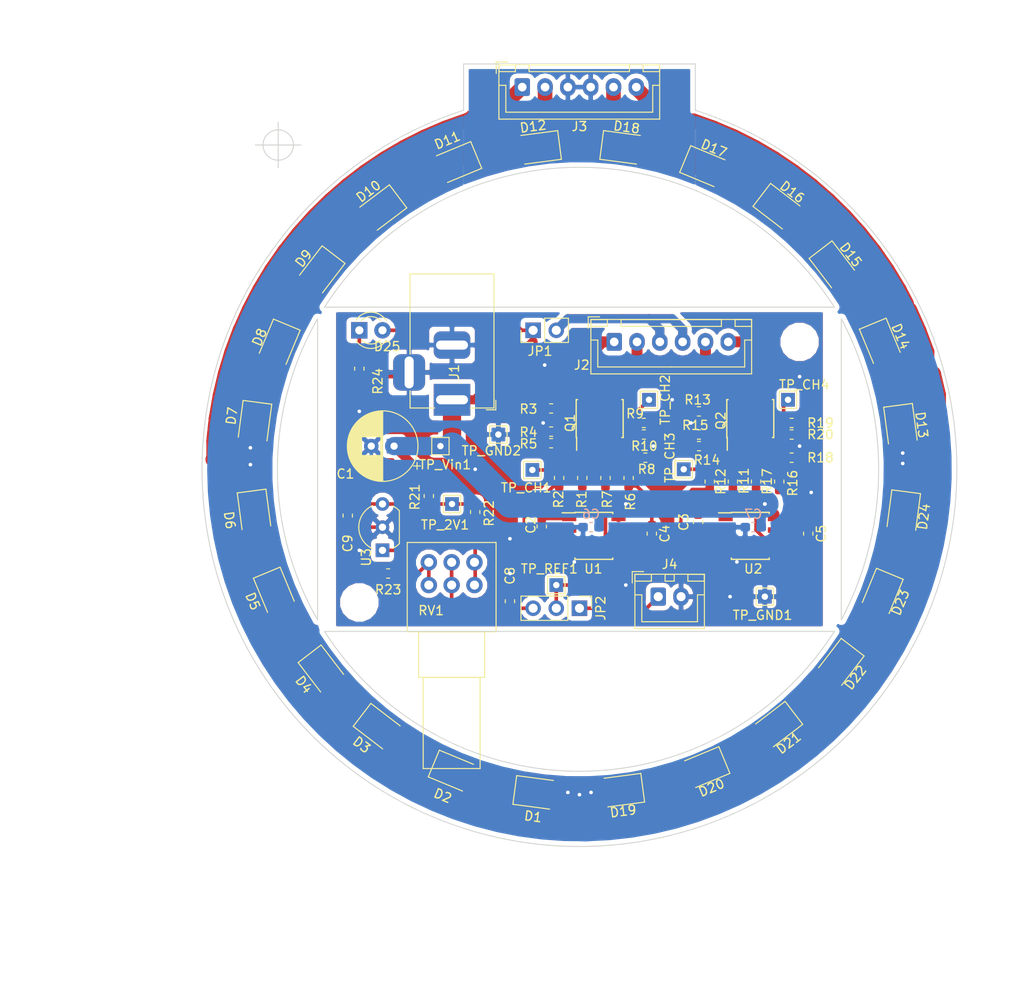
<source format=kicad_pcb>
(kicad_pcb (version 20171130) (host pcbnew "(5.0.1)-4")
  (layers (0 F.Cu signal) (31 B.Cu signal) (34 B.Paste user) (35 F.Paste user) (36 B.SilkS user) (37 F.SilkS user) (38 B.Mask user) (39 F.Mask user) (44 Edge.Cuts user))
  (net 0 "")
  (net 1 +15V)
  (net 2 GND)
  (net 3 "Net-(C2-Pad2)")
  (net 4 "Net-(C2-Pad1)")
  (net 5 "Net-(C3-Pad2)")
  (net 6 "Net-(C3-Pad1)")
  (net 7 "Net-(C4-Pad1)")
  (net 8 "Net-(C4-Pad2)")
  (net 9 "Net-(C5-Pad2)")
  (net 10 "Net-(C5-Pad1)")
  (net 11 /Vref)
  (net 12 "Net-(D1-Pad1)")
  (net 13 /LED_AX)
  (net 14 "Net-(D2-Pad1)")
  (net 15 "Net-(D3-Pad1)")
  (net 16 "Net-(D4-Pad1)")
  (net 17 "Net-(D5-Pad1)")
  (net 18 /LED_K0X)
  (net 19 "Net-(D7-Pad1)")
  (net 20 "Net-(D8-Pad1)")
  (net 21 "Net-(D10-Pad2)")
  (net 22 "Net-(D10-Pad1)")
  (net 23 "Net-(D11-Pad1)")
  (net 24 /LED_K1X)
  (net 25 "Net-(D13-Pad1)")
  (net 26 "Net-(D14-Pad1)")
  (net 27 "Net-(D15-Pad1)")
  (net 28 "Net-(D16-Pad1)")
  (net 29 "Net-(D17-Pad1)")
  (net 30 /LED_K2X)
  (net 31 "Net-(D19-Pad1)")
  (net 32 "Net-(D20-Pad1)")
  (net 33 "Net-(D21-Pad1)")
  (net 34 "Net-(D22-Pad1)")
  (net 35 "Net-(D23-Pad1)")
  (net 36 /LED_K3X)
  (net 37 "Net-(D25-Pad1)")
  (net 38 /LED_K0)
  (net 39 /LED_K1)
  (net 40 /LED_A)
  (net 41 /LED_K2)
  (net 42 /LED_K3)
  (net 43 "Net-(Q1-Pad4)")
  (net 44 "Net-(Q1-Pad3)")
  (net 45 "Net-(Q1-Pad2)")
  (net 46 "Net-(Q1-Pad1)")
  (net 47 "Net-(Q2-Pad1)")
  (net 48 "Net-(Q2-Pad2)")
  (net 49 "Net-(Q2-Pad3)")
  (net 50 "Net-(Q2-Pad4)")
  (net 51 "Net-(R22-Pad2)")
  (net 52 "Net-(R23-Pad1)")
  (net 53 "Net-(C9-Pad1)")
  (net 54 "Net-(C8-Pad1)")
  (net 55 "Net-(J4-Pad1)")
  (module Package_SO:SOIC-8_3.9x4.9mm_P1.27mm (layer F.Cu) (at 103.18 108.9)
    (fp_text reference U1 (at -0.056 3.622) (layer F.SilkS))
    (fp_text value LM358)
    (pad 8 smd rect (at 2.7 -1.905) (size 1.55 0.6) (layers F.Cu F.Paste F.Mask) (net 1 +15V))
    (pad 7 smd rect (at 2.7 -0.635) (size 1.55 0.6) (layers F.Cu F.Paste F.Mask) (net 7 "Net-(C4-Pad1)"))
    (pad 6 smd rect (at 2.7 0.635) (size 1.55 0.6) (layers F.Cu F.Paste F.Mask) (net 8 "Net-(C4-Pad2)"))
    (pad 5 smd rect (at 2.7 1.905) (size 1.55 0.6) (layers F.Cu F.Paste F.Mask) (net 11 /Vref))
    (pad 4 smd rect (at -2.7 1.905) (size 1.55 0.6) (layers F.Cu F.Paste F.Mask) (net 2 GND))
    (pad 3 smd rect (at -2.7 0.635) (size 1.55 0.6) (layers F.Cu F.Paste F.Mask) (net 11 /Vref))
    (pad 2 smd rect (at -2.7 -0.635) (size 1.55 0.6) (layers F.Cu F.Paste F.Mask) (net 3 "Net-(C2-Pad2)"))
    (pad 1 smd rect (at -2.7 -1.905) (size 1.55 0.6) (layers F.Cu F.Paste F.Mask) (net 4 "Net-(C2-Pad1)"))
  )
  (module Package_SO:SOIC-8_3.9x4.9mm_P1.27mm (layer F.Cu) (at 120.325 108.9)
    (fp_text reference U2 (at 0.325 3.622) (layer F.SilkS))
    (fp_text value LM358)
    (pad 1 smd rect (at -2.7 -1.905) (size 1.55 0.6) (layers F.Cu F.Paste F.Mask) (net 6 "Net-(C3-Pad1)"))
    (pad 2 smd rect (at -2.7 -0.635) (size 1.55 0.6) (layers F.Cu F.Paste F.Mask) (net 5 "Net-(C3-Pad2)"))
    (pad 3 smd rect (at -2.7 0.635) (size 1.55 0.6) (layers F.Cu F.Paste F.Mask) (net 11 /Vref))
    (pad 4 smd rect (at -2.7 1.905) (size 1.55 0.6) (layers F.Cu F.Paste F.Mask) (net 2 GND))
    (pad 5 smd rect (at 2.7 1.905) (size 1.55 0.6) (layers F.Cu F.Paste F.Mask) (net 11 /Vref))
    (pad 6 smd rect (at 2.7 0.635) (size 1.55 0.6) (layers F.Cu F.Paste F.Mask) (net 9 "Net-(C5-Pad2)"))
    (pad 7 smd rect (at 2.7 -0.635) (size 1.55 0.6) (layers F.Cu F.Paste F.Mask) (net 10 "Net-(C5-Pad1)"))
    (pad 8 smd rect (at 2.7 -1.905) (size 1.55 0.6) (layers F.Cu F.Paste F.Mask) (net 1 +15V))
  )
  (module LED_SMD:LED_1210_3225Metric_Pad1.42x2.65mm_HandSolder (layer F.Cu) (at 134.681242 115.338729 247.5)
    (fp_text reference D23 (at 0 -2.28 247.5) (layer F.SilkS))
    (fp_text value NSSW157T)
    (pad 2 smd roundrect (at 1.4875 0 247.5) (size 1.425 2.65) (layers F.Cu F.Paste F.Mask) (roundrect_rratio 0.175439) (net 34 "Net-(D22-Pad1)"))
    (pad 1 smd roundrect (at -1.4875 0 247.5) (size 1.425 2.65) (layers F.Cu F.Paste F.Mask) (roundrect_rratio 0.175439) (net 35 "Net-(D23-Pad1)"))
  )
  (module Connector_JST:JST_XH_B06B-XH-A_1x06_P2.50mm_Vertical (layer F.Cu) (at 105.41 87.63)
    (fp_text reference J2 (at -3.556 2.54) (layer F.SilkS))
    (fp_text value "BS 6P-SHF-1AA")
    (pad 1 thru_hole roundrect (at 0 0) (size 1.7 1.95) (drill 0.95) (layers *.Cu *.Mask) (roundrect_rratio 0.147059) (net 38 /LED_K0))
    (pad 2 thru_hole oval (at 2.5 0) (size 1.7 1.95) (drill 0.95) (layers *.Cu *.Mask) (net 39 /LED_K1))
    (pad 3 thru_hole oval (at 5 0) (size 1.7 1.95) (drill 0.95) (layers *.Cu *.Mask) (net 40 /LED_A))
    (pad 4 thru_hole oval (at 7.5 0) (size 1.7 1.95) (drill 0.95) (layers *.Cu *.Mask) (net 40 /LED_A))
    (pad 5 thru_hole oval (at 10 0) (size 1.7 1.95) (drill 0.95) (layers *.Cu *.Mask) (net 41 /LED_K2))
    (pad 6 thru_hole oval (at 12.5 0) (size 1.7 1.95) (drill 0.95) (layers *.Cu *.Mask) (net 42 /LED_K3))
  )
  (module Connector_JST:JST_XH_B02B-XH-A_1x02_P2.50mm_Vertical (layer F.Cu) (at 110.236 115.57)
    (fp_text reference J4 (at 1.25 -3.55) (layer F.SilkS))
    (fp_text value Conn_01x02)
    (pad 1 thru_hole roundrect (at 0 0) (size 1.7 2) (drill 1) (layers *.Cu *.Mask) (roundrect_rratio 0.147059) (net 55 "Net-(J4-Pad1)"))
    (pad 2 thru_hole oval (at 2.5 0) (size 1.7 2) (drill 1) (layers *.Cu *.Mask) (net 2 GND))
  )
  (module Connector_PinHeader_2.54mm:PinHeader_1x03_P2.54mm_Vertical (layer F.Cu) (at 101.6 116.84 270)
    (fp_text reference JP2 (at 0 -2.33 270) (layer F.SilkS))
    (fp_text value Jumper_NC_Dual)
    (pad 1 thru_hole rect (at 0 0 270) (size 1.7 1.7) (drill 1) (layers *.Cu *.Mask) (net 55 "Net-(J4-Pad1)"))
    (pad 2 thru_hole oval (at 0 2.54 270) (size 1.7 1.7) (drill 1) (layers *.Cu *.Mask) (net 11 /Vref))
    (pad 3 thru_hole oval (at 0 5.08 270) (size 1.7 1.7) (drill 1) (layers *.Cu *.Mask) (net 54 "Net-(C8-Pad1)"))
  )
  (module Capacitor_SMD:C_0603_1608Metric_Pad1.05x0.95mm_HandSolder (layer F.Cu) (at 76.2 106.68 270)
    (fp_text reference C9 (at 3.048 0 270) (layer F.SilkS))
    (fp_text value 1uF)
    (pad 1 smd roundrect (at -0.875 0 270) (size 1.05 0.95) (layers F.Cu F.Paste F.Mask) (net 53 "Net-(C9-Pad1)"))
    (pad 2 smd roundrect (at 0.875 0 270) (size 1.05 0.95) (layers F.Cu F.Paste F.Mask) (net 2 GND))
  )
  (module Capacitor_THT:CP_Radial_D7.5mm_P2.50mm (layer F.Cu) (at 81.28 99.06 180)
    (fp_text reference C1 (at 5.334 -3.048 180) (layer F.SilkS))
    (fp_text value 100uF/25V)
    (pad 1 thru_hole rect (at 0 0 180) (size 1.6 1.6) (drill 0.8) (layers *.Cu *.Mask) (net 1 +15V))
    (pad 2 thru_hole circle (at 2.5 0 180) (size 1.6 1.6) (drill 0.8) (layers *.Cu *.Mask) (net 2 GND))
  )
  (module Capacitor_SMD:C_0603_1608Metric_Pad1.05x0.95mm_HandSolder (layer F.Cu) (at 97.465 107.87 270)
    (fp_text reference C2 (at -0.174 1.199 270) (layer F.SilkS))
    (fp_text value 100nF)
    (pad 2 smd roundrect (at 0.875 0 270) (size 1.05 0.95) (layers F.Cu F.Paste F.Mask) (net 3 "Net-(C2-Pad2)"))
    (pad 1 smd roundrect (at -0.875 0 270) (size 1.05 0.95) (layers F.Cu F.Paste F.Mask) (net 4 "Net-(C2-Pad1)"))
  )
  (module Capacitor_SMD:C_0603_1608Metric_Pad1.05x0.95mm_HandSolder (layer F.Cu) (at 114.61 107.39 270)
    (fp_text reference C3 (at 0 1.58 270) (layer F.SilkS))
    (fp_text value 100nF)
    (pad 2 smd roundrect (at 0.875 0 270) (size 1.05 0.95) (layers F.Cu F.Paste F.Mask) (net 5 "Net-(C3-Pad2)"))
    (pad 1 smd roundrect (at -0.875 0 270) (size 1.05 0.95) (layers F.Cu F.Paste F.Mask) (net 6 "Net-(C3-Pad1)"))
  )
  (module Capacitor_SMD:C_0603_1608Metric_Pad1.05x0.95mm_HandSolder (layer F.Cu) (at 109.53 108.66 270)
    (fp_text reference C4 (at 0 -1.43 270) (layer F.SilkS))
    (fp_text value 100nF)
    (pad 1 smd roundrect (at -0.875 0 270) (size 1.05 0.95) (layers F.Cu F.Paste F.Mask) (net 7 "Net-(C4-Pad1)"))
    (pad 2 smd roundrect (at 0.875 0 270) (size 1.05 0.95) (layers F.Cu F.Paste F.Mask) (net 8 "Net-(C4-Pad2)"))
  )
  (module Capacitor_SMD:C_0603_1608Metric_Pad1.05x0.95mm_HandSolder (layer F.Cu) (at 126.675 108.66 270)
    (fp_text reference C5 (at 0 -1.43 270) (layer F.SilkS))
    (fp_text value 100nF)
    (pad 2 smd roundrect (at 0.875 0 270) (size 1.05 0.95) (layers F.Cu F.Paste F.Mask) (net 9 "Net-(C5-Pad2)"))
    (pad 1 smd roundrect (at -0.875 0 270) (size 1.05 0.95) (layers F.Cu F.Paste F.Mask) (net 10 "Net-(C5-Pad1)"))
  )
  (module Capacitor_SMD:C_0603_1608Metric_Pad1.05x0.95mm_HandSolder (layer B.Cu) (at 102.87 107.95 180)
    (fp_text reference C6 (at 0 1.43 180) (layer B.SilkS) (effects (justify mirror)))
    (fp_text value 100nF)
    (pad 1 smd roundrect (at -0.875 0 180) (size 1.05 0.95) (layers B.Cu B.Paste B.Mask) (net 1 +15V))
    (pad 2 smd roundrect (at 0.875 0 180) (size 1.05 0.95) (layers B.Cu B.Paste B.Mask) (net 2 GND))
  )
  (module Capacitor_SMD:C_0603_1608Metric_Pad1.05x0.95mm_HandSolder (layer B.Cu) (at 120.65 107.95 180)
    (fp_text reference C7 (at 0 1.43 180) (layer B.SilkS) (effects (justify mirror)))
    (fp_text value 100nF)
    (pad 1 smd roundrect (at -0.875 0 180) (size 1.05 0.95) (layers B.Cu B.Paste B.Mask) (net 1 +15V))
    (pad 2 smd roundrect (at 0.875 0 180) (size 1.05 0.95) (layers B.Cu B.Paste B.Mask) (net 2 GND))
  )
  (module Capacitor_SMD:C_0603_1608Metric_Pad1.05x0.95mm_HandSolder (layer F.Cu) (at 93.98 116.078 90)
    (fp_text reference C8 (at 2.794 0 90) (layer F.SilkS))
    (fp_text value 1uF)
    (pad 1 smd roundrect (at -0.875 0 90) (size 1.05 0.95) (layers F.Cu F.Paste F.Mask) (net 54 "Net-(C8-Pad1)"))
    (pad 2 smd roundrect (at 0.875 0 90) (size 1.05 0.95) (layers F.Cu F.Paste F.Mask) (net 2 GND))
  )
  (module LED_SMD:LED_1210_3225Metric_Pad1.42x2.65mm_HandSolder (layer F.Cu) (at 96.950226 137.092842 352.5)
    (fp_text reference D1 (at -0.086243 2.641009 352.5) (layer F.SilkS))
    (fp_text value NSSW157T)
    (pad 1 smd roundrect (at -1.4875 0 352.5) (size 1.425 2.65) (layers F.Cu F.Paste F.Mask) (roundrect_rratio 0.175439) (net 12 "Net-(D1-Pad1)"))
    (pad 2 smd roundrect (at 1.4875 0 352.5) (size 1.425 2.65) (layers F.Cu F.Paste F.Mask) (roundrect_rratio 0.175439) (net 13 /LED_AX))
  )
  (module LED_SMD:LED_1210_3225Metric_Pad1.42x2.65mm_HandSolder (layer F.Cu) (at 87.906729 134.812758 337.5)
    (fp_text reference D2 (at -0.198874 2.89794 337.5) (layer F.SilkS))
    (fp_text value NSSW157T)
    (pad 2 smd roundrect (at 1.4875 0 337.5) (size 1.425 2.65) (layers F.Cu F.Paste F.Mask) (roundrect_rratio 0.175439) (net 12 "Net-(D1-Pad1)"))
    (pad 1 smd roundrect (at -1.4875 0 337.5) (size 1.425 2.65) (layers F.Cu F.Paste F.Mask) (roundrect_rratio 0.175439) (net 14 "Net-(D2-Pad1)"))
  )
  (module LED_SMD:LED_1210_3225Metric_Pad1.42x2.65mm_HandSolder (layer F.Cu) (at 79.718887 130.031467 322.5)
    (fp_text reference D3 (at -0.490208 2.638109 322.5) (layer F.SilkS))
    (fp_text value NSSW157T)
    (pad 1 smd roundrect (at -1.4875 0 322.5) (size 1.425 2.65) (layers F.Cu F.Paste F.Mask) (roundrect_rratio 0.175439) (net 15 "Net-(D3-Pad1)"))
    (pad 2 smd roundrect (at 1.4875 0 322.5) (size 1.425 2.65) (layers F.Cu F.Paste F.Mask) (roundrect_rratio 0.175439) (net 14 "Net-(D2-Pad1)"))
  )
  (module LED_SMD:LED_1210_3225Metric_Pad1.42x2.65mm_HandSolder (layer F.Cu) (at 73.516467 123.787887 307.5)
    (fp_text reference D4 (at -0.166493 2.572766 307.5) (layer F.SilkS))
    (fp_text value NSSW157T)
    (pad 2 smd roundrect (at 1.4875 0 307.5) (size 1.425 2.65) (layers F.Cu F.Paste F.Mask) (roundrect_rratio 0.175439) (net 15 "Net-(D3-Pad1)"))
    (pad 1 smd roundrect (at -1.4875 0 307.5) (size 1.425 2.65) (layers F.Cu F.Paste F.Mask) (roundrect_rratio 0.175439) (net 16 "Net-(D4-Pad1)"))
  )
  (module LED_SMD:LED_1210_3225Metric_Pad1.42x2.65mm_HandSolder (layer F.Cu) (at 68.264758 115.211729 292.5)
    (fp_text reference D5 (at -0.14825 2.621581 292.5) (layer F.SilkS))
    (fp_text value NSSW157T)
    (pad 2 smd roundrect (at 1.4875 0 292.5) (size 1.425 2.65) (layers F.Cu F.Paste F.Mask) (roundrect_rratio 0.175439) (net 16 "Net-(D4-Pad1)"))
    (pad 1 smd roundrect (at -1.4875 0 292.5) (size 1.425 2.65) (layers F.Cu F.Paste F.Mask) (roundrect_rratio 0.175439) (net 17 "Net-(D5-Pad1)"))
  )
  (module LED_SMD:LED_1210_3225Metric_Pad1.42x2.65mm_HandSolder (layer F.Cu) (at 65.980158 106.426 277.5)
    (fp_text reference D6 (at 0.398602 2.810228 277.5) (layer F.SilkS))
    (fp_text value NSSW157T)
    (pad 1 smd roundrect (at -1.4875 0 277.5) (size 1.425 2.65) (layers F.Cu F.Paste F.Mask) (roundrect_rratio 0.175439) (net 18 /LED_K0X))
    (pad 2 smd roundrect (at 1.4875 0 277.5) (size 1.425 2.65) (layers F.Cu F.Paste F.Mask) (roundrect_rratio 0.175439) (net 17 "Net-(D5-Pad1)"))
  )
  (module LED_SMD:LED_1210_3225Metric_Pad1.42x2.65mm_HandSolder (layer F.Cu) (at 65.980158 96.696226 262.5)
    (fp_text reference D7 (at -0.606474 2.581403 262.5) (layer F.SilkS))
    (fp_text value NSSW157T)
    (pad 2 smd roundrect (at 1.4875 0 262.5) (size 1.425 2.65) (layers F.Cu F.Paste F.Mask) (roundrect_rratio 0.175439) (net 13 /LED_AX))
    (pad 1 smd roundrect (at -1.4875 0 262.5) (size 1.425 2.65) (layers F.Cu F.Paste F.Mask) (roundrect_rratio 0.175439) (net 19 "Net-(D7-Pad1)"))
  )
  (module LED_SMD:LED_1210_3225Metric_Pad1.42x2.65mm_HandSolder (layer F.Cu) (at 68.58 88.011 247.5)
    (fp_text reference D8 (at -0.043716 2.217529 247.5) (layer F.SilkS))
    (fp_text value NSSW157T)
    (pad 1 smd roundrect (at -1.4875 0 247.5) (size 1.425 2.65) (layers F.Cu F.Paste F.Mask) (roundrect_rratio 0.175439) (net 20 "Net-(D8-Pad1)"))
    (pad 2 smd roundrect (at 1.4875 0 247.5) (size 1.425 2.65) (layers F.Cu F.Paste F.Mask) (roundrect_rratio 0.175439) (net 19 "Net-(D7-Pad1)"))
  )
  (module LED_SMD:LED_1210_3225Metric_Pad1.42x2.65mm_HandSolder (layer F.Cu) (at 73.152 80.01 232.5)
    (fp_text reference D9 (at -0.126693 2.338335 232.5) (layer F.SilkS))
    (fp_text value NSSW157T)
    (pad 2 smd roundrect (at 1.4875 0 232.5) (size 1.425 2.65) (layers F.Cu F.Paste F.Mask) (roundrect_rratio 0.175439) (net 20 "Net-(D8-Pad1)"))
    (pad 1 smd roundrect (at -1.4875 0 232.5) (size 1.425 2.65) (layers F.Cu F.Paste F.Mask) (roundrect_rratio 0.175439) (net 21 "Net-(D10-Pad2)"))
  )
  (module LED_SMD:LED_1210_3225Metric_Pad1.42x2.65mm_HandSolder (layer F.Cu) (at 79.756 73.152 217)
    (fp_text reference D10 (at -0.208621 2.387132 217) (layer F.SilkS))
    (fp_text value NSSW157T)
    (pad 2 smd roundrect (at 1.4875 0 217) (size 1.425 2.65) (layers F.Cu F.Paste F.Mask) (roundrect_rratio 0.175439) (net 21 "Net-(D10-Pad2)"))
    (pad 1 smd roundrect (at -1.4875 0 217) (size 1.425 2.65) (layers F.Cu F.Paste F.Mask) (roundrect_rratio 0.175439) (net 22 "Net-(D10-Pad1)"))
  )
  (module LED_SMD:LED_1210_3225Metric_Pad1.42x2.65mm_HandSolder (layer F.Cu) (at 88.011 68.072 202.5)
    (fp_text reference D11 (at -0.150687 2.68686 202.5) (layer F.SilkS))
    (fp_text value NSSW157T)
    (pad 1 smd roundrect (at -1.4875 0 202.5) (size 1.425 2.65) (layers F.Cu F.Paste F.Mask) (roundrect_rratio 0.175439) (net 23 "Net-(D11-Pad1)"))
    (pad 2 smd roundrect (at 1.4875 0 202.5) (size 1.425 2.65) (layers F.Cu F.Paste F.Mask) (roundrect_rratio 0.175439) (net 22 "Net-(D10-Pad1)"))
  )
  (module LED_SMD:LED_1210_3225Metric_Pad1.42x2.65mm_HandSolder (layer F.Cu) (at 96.978774 66.353842 187.5)
    (fp_text reference D12 (at 0.148655 2.385655 187.5) (layer F.SilkS))
    (fp_text value NSSW157T)
    (pad 2 smd roundrect (at 1.4875 0 187.5) (size 1.425 2.65) (layers F.Cu F.Paste F.Mask) (roundrect_rratio 0.175439) (net 23 "Net-(D11-Pad1)"))
    (pad 1 smd roundrect (at -1.4875 0 187.5) (size 1.425 2.65) (layers F.Cu F.Paste F.Mask) (roundrect_rratio 0.175439) (net 24 /LED_K1X))
  )
  (module LED_SMD:LED_1210_3225Metric_Pad1.42x2.65mm_HandSolder (layer F.Cu) (at 136.838842 97.028 277.5)
    (fp_text reference D13 (at 0 -2.28 277.5) (layer F.SilkS))
    (fp_text value NSSW157T)
    (pad 1 smd roundrect (at -1.4875 0 277.5) (size 1.425 2.65) (layers F.Cu F.Paste F.Mask) (roundrect_rratio 0.175439) (net 25 "Net-(D13-Pad1)"))
    (pad 2 smd roundrect (at 1.4875 0 277.5) (size 1.425 2.65) (layers F.Cu F.Paste F.Mask) (roundrect_rratio 0.175439) (net 13 /LED_AX))
  )
  (module LED_SMD:LED_1210_3225Metric_Pad1.42x2.65mm_HandSolder (layer F.Cu) (at 134.685758 87.906729 292.5)
    (fp_text reference D14 (at 0 -2.28 292.5) (layer F.SilkS))
    (fp_text value NSSW157T)
    (pad 2 smd roundrect (at 1.4875 0 292.5) (size 1.425 2.65) (layers F.Cu F.Paste F.Mask) (roundrect_rratio 0.175439) (net 25 "Net-(D13-Pad1)"))
    (pad 1 smd roundrect (at -1.4875 0 292.5) (size 1.425 2.65) (layers F.Cu F.Paste F.Mask) (roundrect_rratio 0.175439) (net 26 "Net-(D14-Pad1)"))
  )
  (module LED_SMD:LED_1210_3225Metric_Pad1.42x2.65mm_HandSolder (layer F.Cu) (at 129.523467 79.464887 307.5)
    (fp_text reference D15 (at 0 -2.28 307.5) (layer F.SilkS))
    (fp_text value NSSW157T)
    (pad 2 smd roundrect (at 1.4875 0 307.5) (size 1.425 2.65) (layers F.Cu F.Paste F.Mask) (roundrect_rratio 0.175439) (net 26 "Net-(D14-Pad1)"))
    (pad 1 smd roundrect (at -1.4875 0 307.5) (size 1.425 2.65) (layers F.Cu F.Paste F.Mask) (roundrect_rratio 0.175439) (net 27 "Net-(D15-Pad1)"))
  )
  (module LED_SMD:LED_1210_3225Metric_Pad1.42x2.65mm_HandSolder (layer F.Cu) (at 123.533887 73.008467 322.5)
    (fp_text reference D16 (at 0 -2.28 322.5) (layer F.SilkS))
    (fp_text value NSSW157T)
    (pad 1 smd roundrect (at -1.4875 0 322.5) (size 1.425 2.65) (layers F.Cu F.Paste F.Mask) (roundrect_rratio 0.175439) (net 28 "Net-(D16-Pad1)"))
    (pad 2 smd roundrect (at 1.4875 0 322.5) (size 1.425 2.65) (layers F.Cu F.Paste F.Mask) (roundrect_rratio 0.175439) (net 27 "Net-(D15-Pad1)"))
  )
  (module LED_SMD:LED_1210_3225Metric_Pad1.42x2.65mm_HandSolder (layer F.Cu) (at 115.465729 68.518758 337.5)
    (fp_text reference D17 (at 0 -2.28 337.5) (layer F.SilkS))
    (fp_text value NSSW157T)
    (pad 1 smd roundrect (at -1.4875 0 337.5) (size 1.425 2.65) (layers F.Cu F.Paste F.Mask) (roundrect_rratio 0.175439) (net 29 "Net-(D17-Pad1)"))
    (pad 2 smd roundrect (at 1.4875 0 337.5) (size 1.425 2.65) (layers F.Cu F.Paste F.Mask) (roundrect_rratio 0.175439) (net 28 "Net-(D16-Pad1)"))
  )
  (module LED_SMD:LED_1210_3225Metric_Pad1.42x2.65mm_HandSolder (layer F.Cu) (at 106.475226 66.353842 352.5)
    (fp_text reference D18 (at 0 -2.28 352.5) (layer F.SilkS))
    (fp_text value NSSW157T)
    (pad 1 smd roundrect (at -1.4875 0 352.5) (size 1.425 2.65) (layers F.Cu F.Paste F.Mask) (roundrect_rratio 0.175439) (net 30 /LED_K2X))
    (pad 2 smd roundrect (at 1.4875 0 352.5) (size 1.425 2.65) (layers F.Cu F.Paste F.Mask) (roundrect_rratio 0.175439) (net 29 "Net-(D17-Pad1)"))
  )
  (module LED_SMD:LED_1210_3225Metric_Pad1.42x2.65mm_HandSolder (layer F.Cu) (at 106.094226 136.846158 187.5)
    (fp_text reference D19 (at 0 -2.28 187.5) (layer F.SilkS))
    (fp_text value NSSW157T)
    (pad 1 smd roundrect (at -1.4875 0 187.5) (size 1.425 2.65) (layers F.Cu F.Paste F.Mask) (roundrect_rratio 0.175439) (net 31 "Net-(D19-Pad1)"))
    (pad 2 smd roundrect (at 1.4875 0 187.5) (size 1.425 2.65) (layers F.Cu F.Paste F.Mask) (roundrect_rratio 0.175439) (net 13 /LED_AX))
  )
  (module LED_SMD:LED_1210_3225Metric_Pad1.42x2.65mm_HandSolder (layer F.Cu) (at 115.211729 134.427242 202.5)
    (fp_text reference D20 (at 0 -2.28 202.5) (layer F.SilkS))
    (fp_text value NSSW157T)
    (pad 2 smd roundrect (at 1.4875 0 202.5) (size 1.425 2.65) (layers F.Cu F.Paste F.Mask) (roundrect_rratio 0.175439) (net 31 "Net-(D19-Pad1)"))
    (pad 1 smd roundrect (at -1.4875 0 202.5) (size 1.425 2.65) (layers F.Cu F.Paste F.Mask) (roundrect_rratio 0.175439) (net 32 "Net-(D20-Pad1)"))
  )
  (module LED_SMD:LED_1210_3225Metric_Pad1.42x2.65mm_HandSolder (layer F.Cu) (at 123.152887 129.810533 217.5)
    (fp_text reference D21 (at 0 -2.28 217.5) (layer F.SilkS))
    (fp_text value NSSW157T)
    (pad 1 smd roundrect (at -1.4875 0 217.5) (size 1.425 2.65) (layers F.Cu F.Paste F.Mask) (roundrect_rratio 0.175439) (net 33 "Net-(D21-Pad1)"))
    (pad 2 smd roundrect (at 1.4875 0 217.5) (size 1.425 2.65) (layers F.Cu F.Paste F.Mask) (roundrect_rratio 0.175439) (net 32 "Net-(D20-Pad1)"))
  )
  (module LED_SMD:LED_1210_3225Metric_Pad1.42x2.65mm_HandSolder (layer F.Cu) (at 130.048 123.063 232.5)
    (fp_text reference D22 (at 0 -2.28 232.5) (layer F.SilkS))
    (fp_text value NSSW157T)
    (pad 2 smd roundrect (at 1.4875 0 232.5) (size 1.425 2.65) (layers F.Cu F.Paste F.Mask) (roundrect_rratio 0.175439) (net 33 "Net-(D21-Pad1)"))
    (pad 1 smd roundrect (at -1.4875 0 232.5) (size 1.425 2.65) (layers F.Cu F.Paste F.Mask) (roundrect_rratio 0.175439) (net 34 "Net-(D22-Pad1)"))
  )
  (module LED_SMD:LED_1210_3225Metric_Pad1.42x2.65mm_HandSolder (layer F.Cu) (at 137.092842 106.503774 262.5)
    (fp_text reference D24 (at 0 -2.28 262.5) (layer F.SilkS))
    (fp_text value NSSW157T)
    (pad 1 smd roundrect (at -1.4875 0 262.5) (size 1.425 2.65) (layers F.Cu F.Paste F.Mask) (roundrect_rratio 0.175439) (net 36 /LED_K3X))
    (pad 2 smd roundrect (at 1.4875 0 262.5) (size 1.425 2.65) (layers F.Cu F.Paste F.Mask) (roundrect_rratio 0.175439) (net 35 "Net-(D23-Pad1)"))
  )
  (module LED_THT:LED_D3.0mm (layer F.Cu) (at 77.47 86.36)
    (fp_text reference D25 (at 3.048 1.778) (layer F.SilkS))
    (fp_text value LED)
    (pad 1 thru_hole rect (at 0 0) (size 1.8 1.8) (drill 0.9) (layers *.Cu *.Mask) (net 37 "Net-(D25-Pad1)"))
    (pad 2 thru_hole circle (at 2.54 0) (size 1.8 1.8) (drill 0.9) (layers *.Cu *.Mask) (net 1 +15V))
  )
  (module MountingHole:MountingHole_3.2mm_M3 (layer F.Cu) (at 77.47 116.205)
    (fp_text reference H1 (at 0 -0.127) (layer F.SilkS))
    (fp_text value MountingHole)
    (pad 1 np_thru_hole circle (at 0 0) (size 3.2 3.2) (drill 3.2) (layers *.Cu *.Mask))
  )
  (module MountingHole:MountingHole_3.2mm_M3 (layer F.Cu) (at 125.73 87.63)
    (fp_text reference H2 (at 0.254 0) (layer F.SilkS))
    (fp_text value MountingHole)
    (pad 1 np_thru_hole circle (at 0 0) (size 3.2 3.2) (drill 3.2) (layers *.Cu *.Mask))
  )
  (module Connector_BarrelJack:BarrelJack_Horizontal (layer F.Cu) (at 87.63 93.98 270)
    (fp_text reference J1 (at -3.048 -0.254 270) (layer F.SilkS))
    (fp_text value Barrel_Jack_Switch)
    (pad 1 thru_hole rect (at 0 0 270) (size 3.5 4) (drill oval 1 3.5) (layers *.Cu *.Mask) (net 1 +15V))
    (pad 2 thru_hole roundrect (at -6 0 270) (size 3 4) (drill oval 1 3.5) (layers *.Cu *.Mask) (net 2 GND))
    (pad 3 thru_hole roundrect (at -3 4.7 270) (size 4 3.5) (drill oval 3.5 1) (layers *.Cu *.Mask) (net 2 GND))
  )
  (module Connector_JST:JST_XH_B06B-XH-A_1x06_P2.50mm_Vertical (layer F.Cu) (at 95.33 59.69)
    (fp_text reference J3 (at 6.27 4.318) (layer F.SilkS))
    (fp_text value "BS 6P-SHF-1AA")
    (pad 6 thru_hole oval (at 12.5 0) (size 1.7 1.95) (drill 0.95) (layers *.Cu *.Mask) (net 36 /LED_K3X))
    (pad 5 thru_hole oval (at 10 0) (size 1.7 1.95) (drill 0.95) (layers *.Cu *.Mask) (net 30 /LED_K2X))
    (pad 4 thru_hole oval (at 7.5 0) (size 1.7 1.95) (drill 0.95) (layers *.Cu *.Mask) (net 13 /LED_AX))
    (pad 3 thru_hole oval (at 5 0) (size 1.7 1.95) (drill 0.95) (layers *.Cu *.Mask) (net 13 /LED_AX))
    (pad 2 thru_hole oval (at 2.5 0) (size 1.7 1.95) (drill 0.95) (layers *.Cu *.Mask) (net 24 /LED_K1X))
    (pad 1 thru_hole roundrect (at 0 0) (size 1.7 1.95) (drill 0.95) (layers *.Cu *.Mask) (roundrect_rratio 0.147059) (net 18 /LED_K0X))
  )
  (module Connector_PinHeader_2.54mm:PinHeader_1x02_P2.54mm_Vertical (layer F.Cu) (at 96.52 86.36 90)
    (fp_text reference JP1 (at -2.286 0.762) (layer F.SilkS))
    (fp_text value Jumper)
    (pad 1 thru_hole rect (at 0 0 90) (size 1.7 1.7) (drill 1) (layers *.Cu *.Mask) (net 1 +15V))
    (pad 2 thru_hole oval (at 0 2.54 90) (size 1.7 1.7) (drill 1) (layers *.Cu *.Mask) (net 40 /LED_A))
  )
  (module Package_SO:SOIC-8_3.9x4.9mm_P1.27mm (layer F.Cu) (at 103.815 96.04 90)
    (fp_text reference Q1 (at -0.48 -3.231 90) (layer F.SilkS))
    (fp_text value uPA2753)
    (pad 8 smd rect (at 2.7 -1.905 90) (size 1.55 0.6) (layers F.Cu F.Paste F.Mask) (net 38 /LED_K0))
    (pad 7 smd rect (at 2.7 -0.635 90) (size 1.55 0.6) (layers F.Cu F.Paste F.Mask) (net 38 /LED_K0))
    (pad 6 smd rect (at 2.7 0.635 90) (size 1.55 0.6) (layers F.Cu F.Paste F.Mask) (net 39 /LED_K1))
    (pad 5 smd rect (at 2.7 1.905 90) (size 1.55 0.6) (layers F.Cu F.Paste F.Mask) (net 39 /LED_K1))
    (pad 4 smd rect (at -2.7 1.905 90) (size 1.55 0.6) (layers F.Cu F.Paste F.Mask) (net 43 "Net-(Q1-Pad4)"))
    (pad 3 smd rect (at -2.7 0.635 90) (size 1.55 0.6) (layers F.Cu F.Paste F.Mask) (net 44 "Net-(Q1-Pad3)"))
    (pad 2 smd rect (at -2.7 -0.635 90) (size 1.55 0.6) (layers F.Cu F.Paste F.Mask) (net 45 "Net-(Q1-Pad2)"))
    (pad 1 smd rect (at -2.7 -1.905 90) (size 1.55 0.6) (layers F.Cu F.Paste F.Mask) (net 46 "Net-(Q1-Pad1)"))
  )
  (module Package_SO:SOIC-8_3.9x4.9mm_P1.27mm (layer F.Cu) (at 120.325 96.04 90)
    (fp_text reference Q2 (at -0.226 -3.231 90) (layer F.SilkS))
    (fp_text value uPA2753)
    (pad 1 smd rect (at -2.7 -1.905 90) (size 1.55 0.6) (layers F.Cu F.Paste F.Mask) (net 47 "Net-(Q2-Pad1)"))
    (pad 2 smd rect (at -2.7 -0.635 90) (size 1.55 0.6) (layers F.Cu F.Paste F.Mask) (net 48 "Net-(Q2-Pad2)"))
    (pad 3 smd rect (at -2.7 0.635 90) (size 1.55 0.6) (layers F.Cu F.Paste F.Mask) (net 49 "Net-(Q2-Pad3)"))
    (pad 4 smd rect (at -2.7 1.905 90) (size 1.55 0.6) (layers F.Cu F.Paste F.Mask) (net 50 "Net-(Q2-Pad4)"))
    (pad 5 smd rect (at 2.7 1.905 90) (size 1.55 0.6) (layers F.Cu F.Paste F.Mask) (net 42 /LED_K3))
    (pad 6 smd rect (at 2.7 0.635 90) (size 1.55 0.6) (layers F.Cu F.Paste F.Mask) (net 42 /LED_K3))
    (pad 7 smd rect (at 2.7 -0.635 90) (size 1.55 0.6) (layers F.Cu F.Paste F.Mask) (net 41 /LED_K2))
    (pad 8 smd rect (at 2.7 -1.905 90) (size 1.55 0.6) (layers F.Cu F.Paste F.Mask) (net 41 /LED_K2))
  )
  (module Resistor_SMD:R_0603_1608Metric_Pad1.05x0.95mm_HandSolder (layer F.Cu) (at 101.91 102.55 90)
    (fp_text reference R1 (at -2.352 -0.056 90) (layer F.SilkS))
    (fp_text value 1k)
    (pad 1 smd roundrect (at -0.875 0 90) (size 1.05 0.95) (layers F.Cu F.Paste F.Mask) (net 4 "Net-(C2-Pad1)"))
    (pad 2 smd roundrect (at 0.875 0 90) (size 1.05 0.95) (layers F.Cu F.Paste F.Mask) (net 45 "Net-(Q1-Pad2)"))
  )
  (module Resistor_SMD:R_0603_1608Metric_Pad1.05x0.95mm_HandSolder (layer F.Cu) (at 99.37 102.55 270)
    (fp_text reference R2 (at 2.352 0.056 270) (layer F.SilkS))
    (fp_text value 1k)
    (pad 2 smd roundrect (at 0.875 0 270) (size 1.05 0.95) (layers F.Cu F.Paste F.Mask) (net 3 "Net-(C2-Pad2)"))
    (pad 1 smd roundrect (at -0.875 0 270) (size 1.05 0.95) (layers F.Cu F.Paste F.Mask) (net 46 "Net-(Q1-Pad1)"))
  )
  (module Resistor_SMD:R_0603_1608Metric_Pad1.05x0.95mm_HandSolder (layer F.Cu) (at 98.495 94.93 180)
    (fp_text reference R3 (at 2.483 -0.066 180) (layer F.SilkS))
    (fp_text value 47k)
    (pad 2 smd roundrect (at 0.875 0 180) (size 1.05 0.95) (layers F.Cu F.Paste F.Mask) (net 2 GND))
    (pad 1 smd roundrect (at -0.875 0 180) (size 1.05 0.95) (layers F.Cu F.Paste F.Mask) (net 45 "Net-(Q1-Pad2)"))
  )
  (module Resistor_SMD:R_0603_1608Metric_Pad1.05x0.95mm_HandSolder (layer F.Cu) (at 98.495 97.47 180)
    (fp_text reference R4 (at 2.483 -0.066 180) (layer F.SilkS))
    (fp_text value 20)
    (pad 1 smd roundrect (at -0.875 0 180) (size 1.05 0.95) (layers F.Cu F.Paste F.Mask) (net 46 "Net-(Q1-Pad1)"))
    (pad 2 smd roundrect (at 0.875 0 180) (size 1.05 0.95) (layers F.Cu F.Paste F.Mask) (net 2 GND))
  )
  (module Resistor_SMD:R_0603_1608Metric_Pad1.05x0.95mm_HandSolder (layer F.Cu) (at 98.495 98.74 180)
    (fp_text reference R5 (at 2.483 -0.066 180) (layer F.SilkS))
    (fp_text value 20)
    (pad 2 smd roundrect (at 0.875 0 180) (size 1.05 0.95) (layers F.Cu F.Paste F.Mask) (net 2 GND))
    (pad 1 smd roundrect (at -0.875 0 180) (size 1.05 0.95) (layers F.Cu F.Paste F.Mask) (net 46 "Net-(Q1-Pad1)"))
  )
  (module Resistor_SMD:R_0603_1608Metric_Pad1.05x0.95mm_HandSolder (layer F.Cu) (at 106.99 102.55 90)
    (fp_text reference R6 (at -2.606 0.198 90) (layer F.SilkS))
    (fp_text value 1k)
    (pad 2 smd roundrect (at 0.875 0 90) (size 1.05 0.95) (layers F.Cu F.Paste F.Mask) (net 43 "Net-(Q1-Pad4)"))
    (pad 1 smd roundrect (at -0.875 0 90) (size 1.05 0.95) (layers F.Cu F.Paste F.Mask) (net 7 "Net-(C4-Pad1)"))
  )
  (module Resistor_SMD:R_0603_1608Metric_Pad1.05x0.95mm_HandSolder (layer F.Cu) (at 104.45 102.55 270)
    (fp_text reference R7 (at 2.352 -0.198 270) (layer F.SilkS))
    (fp_text value 1k)
    (pad 1 smd roundrect (at -0.875 0 270) (size 1.05 0.95) (layers F.Cu F.Paste F.Mask) (net 44 "Net-(Q1-Pad3)"))
    (pad 2 smd roundrect (at 0.875 0 270) (size 1.05 0.95) (layers F.Cu F.Paste F.Mask) (net 8 "Net-(C4-Pad2)"))
  )
  (module Resistor_SMD:R_0603_1608Metric_Pad1.05x0.95mm_HandSolder (layer F.Cu) (at 108.825 100.33)
    (fp_text reference R8 (at 0.141 1.27) (layer F.SilkS))
    (fp_text value 47k)
    (pad 1 smd roundrect (at -0.875 0) (size 1.05 0.95) (layers F.Cu F.Paste F.Mask) (net 43 "Net-(Q1-Pad4)"))
    (pad 2 smd roundrect (at 0.875 0) (size 1.05 0.95) (layers F.Cu F.Paste F.Mask) (net 2 GND))
  )
  (module Resistor_SMD:R_0603_1608Metric_Pad1.05x0.95mm_HandSolder (layer F.Cu) (at 108.655 96.52)
    (fp_text reference R9 (at -0.959 -1.016) (layer F.SilkS))
    (fp_text value 20)
    (pad 1 smd roundrect (at -0.875 0) (size 1.05 0.95) (layers F.Cu F.Paste F.Mask) (net 44 "Net-(Q1-Pad3)"))
    (pad 2 smd roundrect (at 0.875 0) (size 1.05 0.95) (layers F.Cu F.Paste F.Mask) (net 2 GND))
  )
  (module Resistor_SMD:R_0603_1608Metric_Pad1.05x0.95mm_HandSolder (layer F.Cu) (at 108.655 97.79)
    (fp_text reference R10 (at 0.057 1.27) (layer F.SilkS))
    (fp_text value 20)
    (pad 2 smd roundrect (at 0.875 0) (size 1.05 0.95) (layers F.Cu F.Paste F.Mask) (net 2 GND))
    (pad 1 smd roundrect (at -0.875 0) (size 1.05 0.95) (layers F.Cu F.Paste F.Mask) (net 44 "Net-(Q1-Pad3)"))
  )
  (module Resistor_SMD:R_0603_1608Metric_Pad1.05x0.95mm_HandSolder (layer F.Cu) (at 118.42 102.945 90)
    (fp_text reference R11 (at 0.075 1.214 90) (layer F.SilkS))
    (fp_text value 1k)
    (pad 1 smd roundrect (at -0.875 0 90) (size 1.05 0.95) (layers F.Cu F.Paste F.Mask) (net 6 "Net-(C3-Pad1)"))
    (pad 2 smd roundrect (at 0.875 0 90) (size 1.05 0.95) (layers F.Cu F.Paste F.Mask) (net 48 "Net-(Q2-Pad2)"))
  )
  (module Resistor_SMD:R_0603_1608Metric_Pad1.05x0.95mm_HandSolder (layer F.Cu) (at 115.88 102.945 270)
    (fp_text reference R12 (at 0 -1.214 270) (layer F.SilkS))
    (fp_text value 1k)
    (pad 2 smd roundrect (at 0.875 0 270) (size 1.05 0.95) (layers F.Cu F.Paste F.Mask) (net 5 "Net-(C3-Pad2)"))
    (pad 1 smd roundrect (at -0.875 0 270) (size 1.05 0.95) (layers F.Cu F.Paste F.Mask) (net 47 "Net-(Q2-Pad1)"))
  )
  (module Resistor_SMD:R_0603_1608Metric_Pad1.05x0.95mm_HandSolder (layer F.Cu) (at 114.695 95.25 180)
    (fp_text reference R13 (at 0.141 1.27 180) (layer F.SilkS))
    (fp_text value 47k)
    (pad 2 smd roundrect (at 0.875 0 180) (size 1.05 0.95) (layers F.Cu F.Paste F.Mask) (net 2 GND))
    (pad 1 smd roundrect (at -0.875 0 180) (size 1.05 0.95) (layers F.Cu F.Paste F.Mask) (net 48 "Net-(Q2-Pad2)"))
  )
  (module Resistor_SMD:R_0603_1608Metric_Pad1.05x0.95mm_HandSolder (layer F.Cu) (at 114.695 99.06 180)
    (fp_text reference R14 (at -0.875 -1.524 180) (layer F.SilkS))
    (fp_text value 20)
    (pad 2 smd roundrect (at 0.875 0 180) (size 1.05 0.95) (layers F.Cu F.Paste F.Mask) (net 2 GND))
    (pad 1 smd roundrect (at -0.875 0 180) (size 1.05 0.95) (layers F.Cu F.Paste F.Mask) (net 47 "Net-(Q2-Pad1)"))
  )
  (module Resistor_SMD:R_0603_1608Metric_Pad1.05x0.95mm_HandSolder (layer F.Cu) (at 114.695 97.79 180)
    (fp_text reference R15 (at 0.395 1.016 180) (layer F.SilkS))
    (fp_text value 20)
    (pad 1 smd roundrect (at -0.875 0 180) (size 1.05 0.95) (layers F.Cu F.Paste F.Mask) (net 47 "Net-(Q2-Pad1)"))
    (pad 2 smd roundrect (at 0.875 0 180) (size 1.05 0.95) (layers F.Cu F.Paste F.Mask) (net 2 GND))
  )
  (module Resistor_SMD:R_0603_1608Metric_Pad1.05x0.95mm_HandSolder (layer F.Cu) (at 123.5 102.945 90)
    (fp_text reference R16 (at -0.179 1.468 90) (layer F.SilkS))
    (fp_text value 1k)
    (pad 1 smd roundrect (at -0.875 0 90) (size 1.05 0.95) (layers F.Cu F.Paste F.Mask) (net 10 "Net-(C5-Pad1)"))
    (pad 2 smd roundrect (at 0.875 0 90) (size 1.05 0.95) (layers F.Cu F.Paste F.Mask) (net 50 "Net-(Q2-Pad4)"))
  )
  (module Resistor_SMD:R_0603_1608Metric_Pad1.05x0.95mm_HandSolder (layer F.Cu) (at 120.96 102.945 270)
    (fp_text reference R17 (at 0 -1.214 270) (layer F.SilkS))
    (fp_text value 1k)
    (pad 2 smd roundrect (at 0.875 0 270) (size 1.05 0.95) (layers F.Cu F.Paste F.Mask) (net 9 "Net-(C5-Pad2)"))
    (pad 1 smd roundrect (at -0.875 0 270) (size 1.05 0.95) (layers F.Cu F.Paste F.Mask) (net 49 "Net-(Q2-Pad3)"))
  )
  (module Resistor_SMD:R_0603_1608Metric_Pad1.05x0.95mm_HandSolder (layer F.Cu) (at 124.855 100.33)
    (fp_text reference R18 (at 3.161 0) (layer F.SilkS))
    (fp_text value 47k)
    (pad 1 smd roundrect (at -0.875 0) (size 1.05 0.95) (layers F.Cu F.Paste F.Mask) (net 50 "Net-(Q2-Pad4)"))
    (pad 2 smd roundrect (at 0.875 0) (size 1.05 0.95) (layers F.Cu F.Paste F.Mask) (net 2 GND))
  )
  (module Resistor_SMD:R_0603_1608Metric_Pad1.05x0.95mm_HandSolder (layer F.Cu) (at 124.855 96.52)
    (fp_text reference R19 (at 3.161 0) (layer F.SilkS))
    (fp_text value 20)
    (pad 1 smd roundrect (at -0.875 0) (size 1.05 0.95) (layers F.Cu F.Paste F.Mask) (net 49 "Net-(Q2-Pad3)"))
    (pad 2 smd roundrect (at 0.875 0) (size 1.05 0.95) (layers F.Cu F.Paste F.Mask) (net 2 GND))
  )
  (module Resistor_SMD:R_0603_1608Metric_Pad1.05x0.95mm_HandSolder (layer F.Cu) (at 124.855 97.79)
    (fp_text reference R20 (at 3.161 0) (layer F.SilkS))
    (fp_text value 20)
    (pad 2 smd roundrect (at 0.875 0) (size 1.05 0.95) (layers F.Cu F.Paste F.Mask) (net 2 GND))
    (pad 1 smd roundrect (at -0.875 0) (size 1.05 0.95) (layers F.Cu F.Paste F.Mask) (net 49 "Net-(Q2-Pad3)"))
  )
  (module Resistor_SMD:R_0603_1608Metric_Pad1.05x0.95mm_HandSolder (layer F.Cu) (at 85.09 104.535 270)
    (fp_text reference R21 (at 0.113 1.524 270) (layer F.SilkS))
    (fp_text value 2k)
    (pad 1 smd roundrect (at -0.875 0 270) (size 1.05 0.95) (layers F.Cu F.Paste F.Mask) (net 1 +15V))
    (pad 2 smd roundrect (at 0.875 0 270) (size 1.05 0.95) (layers F.Cu F.Paste F.Mask) (net 53 "Net-(C9-Pad1)"))
  )
  (module Resistor_SMD:R_0603_1608Metric_Pad1.05x0.95mm_HandSolder (layer F.Cu) (at 90.17 106.285 270)
    (fp_text reference R22 (at 0.141 -1.524 270) (layer F.SilkS))
    (fp_text value 10k)
    (pad 2 smd roundrect (at 0.875 0 270) (size 1.05 0.95) (layers F.Cu F.Paste F.Mask) (net 51 "Net-(R22-Pad2)"))
    (pad 1 smd roundrect (at -0.875 0 270) (size 1.05 0.95) (layers F.Cu F.Paste F.Mask) (net 53 "Net-(C9-Pad1)"))
  )
  (module Resistor_SMD:R_0603_1608Metric_Pad1.05x0.95mm_HandSolder (layer F.Cu) (at 80.631 113.03 180)
    (fp_text reference R23 (at 0 -1.778 180) (layer F.SilkS))
    (fp_text value 100)
    (pad 1 smd roundrect (at -0.875 0 180) (size 1.05 0.95) (layers F.Cu F.Paste F.Mask) (net 52 "Net-(R23-Pad1)"))
    (pad 2 smd roundrect (at 0.875 0 180) (size 1.05 0.95) (layers F.Cu F.Paste F.Mask) (net 2 GND))
  )
  (module Resistor_SMD:R_0603_1608Metric_Pad1.05x0.95mm_HandSolder (layer F.Cu) (at 77.47 90.565 270)
    (fp_text reference R24 (at 1.383 -2.032 270) (layer F.SilkS))
    (fp_text value 3.3k)
    (pad 2 smd roundrect (at 0.875 0 270) (size 1.05 0.95) (layers F.Cu F.Paste F.Mask) (net 2 GND))
    (pad 1 smd roundrect (at -0.875 0 270) (size 1.05 0.95) (layers F.Cu F.Paste F.Mask) (net 37 "Net-(D25-Pad1)"))
  )
  (module Potentiometer_THT:Potentiometer_Alps_RK097_Dual_Horizontal (layer F.Cu) (at 85.09 114.3 270)
    (fp_text reference RV1 (at 2.794 -0.254 180) (layer F.SilkS))
    (fp_text value R_POT_Dual)
    (pad 3 thru_hole circle (at 0 -5 270) (size 1.8 1.8) (drill 1) (layers *.Cu *.Mask) (net 51 "Net-(R22-Pad2)"))
    (pad 2 thru_hole circle (at 0 -2.5 270) (size 1.8 1.8) (drill 1) (layers *.Cu *.Mask) (net 54 "Net-(C8-Pad1)"))
    (pad 1 thru_hole circle (at 0 0 270) (size 1.8 1.8) (drill 1) (layers *.Cu *.Mask) (net 52 "Net-(R23-Pad1)"))
    (pad 6 thru_hole circle (at -2.5 -5 270) (size 1.8 1.8) (drill 1) (layers *.Cu *.Mask) (net 51 "Net-(R22-Pad2)"))
    (pad 5 thru_hole circle (at -2.5 -2.5 270) (size 1.8 1.8) (drill 1) (layers *.Cu *.Mask) (net 54 "Net-(C8-Pad1)"))
    (pad 4 thru_hole circle (at -2.5 0 270) (size 1.8 1.8) (drill 1) (layers *.Cu *.Mask) (net 52 "Net-(R23-Pad1)"))
  )
  (module TestPoint:TestPoint_THTPad_1.5x1.5mm_Drill0.7mm (layer F.Cu) (at 87.63 105.41)
    (fp_text reference TP_2V1 (at -0.762 2.286) (layer F.SilkS))
    (fp_text value TestPoint)
    (pad 1 thru_hole rect (at 0 0) (size 1.5 1.5) (drill 0.7) (layers *.Cu *.Mask) (net 53 "Net-(C9-Pad1)"))
  )
  (module TestPoint:TestPoint_THTPad_1.5x1.5mm_Drill0.7mm (layer F.Cu) (at 96.435 101.675)
    (fp_text reference TP_CH1 (at -0.677 1.957) (layer F.SilkS))
    (fp_text value TestPoint)
    (pad 1 thru_hole rect (at 0 0) (size 1.5 1.5) (drill 0.7) (layers *.Cu *.Mask) (net 46 "Net-(Q1-Pad1)"))
  )
  (module TestPoint:TestPoint_THTPad_1.5x1.5mm_Drill0.7mm (layer F.Cu) (at 109.22 93.98)
    (fp_text reference TP_CH2 (at 1.778 0 90) (layer F.SilkS))
    (fp_text value TestPoint)
    (pad 1 thru_hole rect (at 0 0) (size 1.5 1.5) (drill 0.7) (layers *.Cu *.Mask) (net 44 "Net-(Q1-Pad3)"))
  )
  (module TestPoint:TestPoint_THTPad_1.5x1.5mm_Drill0.7mm (layer F.Cu) (at 113.03 101.6)
    (fp_text reference TP_CH3 (at -1.524 -1.27 90) (layer F.SilkS))
    (fp_text value TestPoint)
    (pad 1 thru_hole rect (at 0 0) (size 1.5 1.5) (drill 0.7) (layers *.Cu *.Mask) (net 47 "Net-(Q2-Pad1)"))
  )
  (module TestPoint:TestPoint_THTPad_1.5x1.5mm_Drill0.7mm (layer F.Cu) (at 124.46 93.98)
    (fp_text reference TP_CH4 (at 1.778 -1.648) (layer F.SilkS))
    (fp_text value TestPoint)
    (pad 1 thru_hole rect (at 0 0) (size 1.5 1.5) (drill 0.7) (layers *.Cu *.Mask) (net 49 "Net-(Q2-Pad3)"))
  )
  (module TestPoint:TestPoint_THTPad_1.5x1.5mm_Drill0.7mm (layer F.Cu) (at 121.92 115.57)
    (fp_text reference TP_GND1 (at -0.254 2.032) (layer F.SilkS))
    (fp_text value TestPoint)
    (pad 1 thru_hole rect (at 0 0) (size 1.5 1.5) (drill 0.7) (layers *.Cu *.Mask) (net 2 GND))
  )
  (module TestPoint:TestPoint_THTPad_1.5x1.5mm_Drill0.7mm (layer F.Cu) (at 92.71 97.79)
    (fp_text reference TP_GND2 (at -0.762 1.778) (layer F.SilkS))
    (fp_text value TestPoint)
    (pad 1 thru_hole rect (at 0 0) (size 1.5 1.5) (drill 0.7) (layers *.Cu *.Mask) (net 2 GND))
  )
  (module TestPoint:TestPoint_THTPad_1.5x1.5mm_Drill0.7mm (layer F.Cu) (at 99.06 114.3)
    (fp_text reference TP_REF1 (at -0.762 -1.778) (layer F.SilkS))
    (fp_text value TestPoint)
    (pad 1 thru_hole rect (at 0 0) (size 1.5 1.5) (drill 0.7) (layers *.Cu *.Mask) (net 11 /Vref))
  )
  (module TestPoint:TestPoint_THTPad_1.5x1.5mm_Drill0.7mm (layer F.Cu) (at 86.36 99.06)
    (fp_text reference TP_Vin1 (at 0.508 2.032) (layer F.SilkS))
    (fp_text value TestPoint)
    (pad 1 thru_hole rect (at 0 0) (size 1.5 1.5) (drill 0.7) (layers *.Cu *.Mask) (net 1 +15V))
  )
  (module Package_TO_SOT_THT:TO-92_Inline_Wide (layer F.Cu) (at 80.01 110.49 90)
    (fp_text reference U3 (at -0.762 -1.778 90) (layer F.SilkS))
    (fp_text value TL431LP)
    (pad 2 thru_hole circle (at 2.54 0 180) (size 1.5 1.5) (drill 0.8) (layers *.Cu *.Mask) (net 2 GND))
    (pad 3 thru_hole circle (at 5.08 0 180) (size 1.5 1.5) (drill 0.8) (layers *.Cu *.Mask) (net 53 "Net-(C9-Pad1)"))
    (pad 1 thru_hole rect (at 0 0 180) (size 1.5 1.5) (drill 0.8) (layers *.Cu *.Mask) (net 53 "Net-(C9-Pad1)"))
  )
  (target plus (at 68.58 66.04) (size 5) (width 0.1) (layer Edge.Cuts))
  (gr_arc (start 99.06 101.6) (end 130.301999 118.109999) (angle -55.70889816) (layer Edge.Cuts) (width 0.1))
  (gr_arc (start 101.6 101.6) (end 72.898001 85.090001) (angle -59.81685464) (layer Edge.Cuts) (width 0.1))
  (gr_arc (start 101.6 101.6) (end 129.539999 83.820001) (angle -115.0576154) (layer Edge.Cuts) (width 0.1))
  (gr_arc (start 101.6 101.6) (end 73.660001 119.379999) (angle -115.0576154) (layer Edge.Cuts) (width 0.1))
  (gr_arc (start 101.6 101.6) (end 88.900001 62.230001) (angle -324.2426068) (layer Edge.Cuts) (width 0.1))
  (gr_line (start 88.9 57.15) (end 88.9 62.23) (layer Edge.Cuts) (width 0.1))
  (gr_line (start 114.3 57.15) (end 114.3 62.23) (layer Edge.Cuts) (width 0.1))
  (gr_line (start 88.9 57.15) (end 114.3 57.15) (layer Edge.Cuts) (width 0.1))
  (gr_line (start 130.302 118.11) (end 130.302 85.09) (layer Edge.Cuts) (width 0.1))
  (gr_line (start 73.66 119.38) (end 129.54 119.38) (layer Edge.Cuts) (width 0.1))
  (gr_line (start 72.898 85.09) (end 72.898 118.11) (layer Edge.Cuts) (width 0.1))
  (gr_line (start 129.54 83.82) (end 73.66 83.82) (layer Edge.Cuts) (width 0.1))
  (segment (start 81.28 99.06) (end 85.09 102.87) (width 1) (layer F.Cu) (net 1))
  (segment (start 85.09 102.87) (end 85.09 103.66) (width 0.4) (layer F.Cu) (net 1))
  (segment (start 86.36 99.06) (end 87.63 99.06) (width 0.4) (layer B.Cu) (net 1))
  (segment (start 87.63 99.06) (end 90.17 101.6) (width 3) (layer B.Cu) (net 1))
  (segment (start 81.28 99.06) (end 86.36 99.06) (width 2) (layer B.Cu) (net 1))
  (segment (start 87.51 99.06) (end 86.36 99.06) (width 0.4) (layer F.Cu) (net 1))
  (segment (start 87.63 98.94) (end 87.51 99.06) (width 2) (layer F.Cu) (net 1))
  (segment (start 87.63 93.98) (end 87.63 98.94) (width 2) (layer F.Cu) (net 1))
  (segment (start 96.52 87.61) (end 96.52 86.36) (width 0.4) (layer F.Cu) (net 1))
  (segment (start 90.15 93.98) (end 96.52 87.61) (width 1) (layer F.Cu) (net 1))
  (segment (start 87.63 93.98) (end 90.15 93.98) (width 1) (layer F.Cu) (net 1))
  (segment (start 103.745 105.805) (end 104.14 105.41) (width 0.4) (layer B.Cu) (net 1))
  (segment (start 103.745 107.95) (end 103.745 105.805) (width 1) (layer B.Cu) (net 1))
  (segment (start 93.98 105.41) (end 104.14 105.41) (width 3) (layer B.Cu) (net 1))
  (segment (start 104.14 105.41) (end 106.68 105.41) (width 3) (layer B.Cu) (net 1))
  (segment (start 121.525 105.805) (end 121.92 105.41) (width 0.4) (layer B.Cu) (net 1))
  (segment (start 121.525 107.95) (end 121.525 105.805) (width 1) (layer B.Cu) (net 1))
  (segment (start 106.68 105.41) (end 121.92 105.41) (width 3) (layer B.Cu) (net 1))
  (segment (start 80.01 86.36) (end 82.55 86.36) (width 0.4) (layer F.Cu) (net 1))
  (segment (start 82.55 86.36) (end 83.82 85.09) (width 0.4) (layer F.Cu) (net 1))
  (segment (start 95.27 86.36) (end 96.52 86.36) (width 0.4) (layer F.Cu) (net 1))
  (segment (start 94 85.09) (end 95.27 86.36) (width 0.4) (layer F.Cu) (net 1))
  (segment (start 83.82 85.09) (end 94 85.09) (width 0.4) (layer F.Cu) (net 1))
  (segment (start 90.17 101.6) (end 93.98 105.41) (width 3) (layer B.Cu) (net 1))
  (segment (start 123.025 106.995) (end 123.025 106.515) (width 0.8) (layer F.Cu) (net 1))
  (segment (start 123.025 106.515) (end 121.92 105.41) (width 1) (layer F.Cu) (net 1))
  (segment (start 105.88 106.995) (end 105.88 106.21) (width 0.8) (layer F.Cu) (net 1))
  (segment (start 105.88 106.21) (end 106.68 105.41) (width 1) (layer F.Cu) (net 1))
  (segment (start 121.92 105.41) (end 121.92 105.41) (width 0.4) (layer B.Cu) (net 1))
  (via (at 121.92 105.41) (size 0.8) (drill 0.4) (layers F.Cu B.Cu) (net 1))
  (segment (start 106.68 105.41) (end 106.68 105.41) (width 3) (layer B.Cu) (net 1))
  (via (at 106.68 105.41) (size 0.8) (drill 0.4) (layers F.Cu B.Cu) (net 1))
  (segment (start 121.92 105.41) (end 121.92 105.41) (width 0.4) (layer B.Cu) (net 1))
  (via (at 121.92 105.41) (size 0.8) (drill 0.4) (layers F.Cu B.Cu) (net 1))
  (segment (start 121.92 105.41) (end 121.92 105.41) (width 0.4) (layer B.Cu) (net 1))
  (via (at 121.92 105.41) (size 0.8) (drill 0.4) (layers F.Cu B.Cu) (net 1))
  (segment (start 90.17 101.6) (end 90.17 101.6) (width 3) (layer B.Cu) (net 1))
  (via (at 90.17 101.6) (size 0.8) (drill 0.4) (layers F.Cu B.Cu) (net 1))
  (segment (start 97.62 94.93) (end 97.62 96.52) (width 0.4) (layer F.Cu) (net 2))
  (segment (start 80.01 107.95) (end 76.595 107.95) (width 0.4) (layer F.Cu) (net 2))
  (segment (start 78.74 113.03) (end 76.2 110.49) (width 0.4) (layer F.Cu) (net 2))
  (segment (start 76.2 110.49) (end 76.2 107.555) (width 0.4) (layer F.Cu) (net 2))
  (segment (start 78.78 99.06) (end 78.78 101.56) (width 0.4) (layer B.Cu) (net 2))
  (segment (start 78.78 101.56) (end 79.97 101.56) (width 0.4) (layer B.Cu) (net 2))
  (segment (start 79.97 101.56) (end 83.82 105.41) (width 0.4) (layer B.Cu) (net 2))
  (segment (start 83.82 105.41) (end 83.82 107.95) (width 0.4) (layer B.Cu) (net 2))
  (segment (start 83.82 107.95) (end 85.09 109.22) (width 0.4) (layer B.Cu) (net 2))
  (segment (start 101.995 108.825) (end 101.6 109.22) (width 0.4) (layer B.Cu) (net 2))
  (segment (start 101.995 107.95) (end 101.995 108.825) (width 0.4) (layer B.Cu) (net 2))
  (segment (start 85.09 109.22) (end 93.98 109.22) (width 0.4) (layer B.Cu) (net 2))
  (segment (start 119.775 108.825) (end 119.38 109.22) (width 0.4) (layer B.Cu) (net 2))
  (segment (start 119.775 107.95) (end 119.775 108.825) (width 0.4) (layer B.Cu) (net 2))
  (segment (start 119.38 109.22) (end 125.73 109.22) (width 0.4) (layer B.Cu) (net 2))
  (segment (start 100.08 110.805) (end 101.035 111.76) (width 0.4) (layer F.Cu) (net 2))
  (segment (start 101.035 111.76) (end 101.035 111.76) (width 0.4) (layer F.Cu) (net 2))
  (via (at 101.035 111.76) (size 0.8) (drill 0.4) (layers F.Cu B.Cu) (net 2))
  (segment (start 118.855 111.76) (end 118.855 111.76) (width 0.4) (layer F.Cu) (net 2))
  (via (at 118.855 111.76) (size 0.8) (drill 0.4) (layers F.Cu B.Cu) (net 2))
  (segment (start 118.855 109.965) (end 118.11 109.22) (width 0.4) (layer B.Cu) (net 2))
  (segment (start 118.855 111.76) (end 118.855 109.965) (width 0.4) (layer B.Cu) (net 2))
  (segment (start 101.6 109.22) (end 118.11 109.22) (width 0.4) (layer B.Cu) (net 2))
  (segment (start 118.11 109.22) (end 119.38 109.22) (width 0.4) (layer B.Cu) (net 2))
  (segment (start 101.035 111.76) (end 101.035 109.925) (width 0.4) (layer B.Cu) (net 2))
  (segment (start 93.98 115.203) (end 93.98 113.03) (width 0.4) (layer F.Cu) (net 2))
  (segment (start 93.98 113.03) (end 93.98 113.03) (width 0.4) (layer F.Cu) (net 2))
  (via (at 93.98 113.03) (size 0.8) (drill 0.4) (layers F.Cu B.Cu) (net 2))
  (segment (start 97.62 96.52) (end 97.62 98.74) (width 0.4) (layer F.Cu) (net 2))
  (via (at 97.62 96.52) (size 0.8) (drill 0.4) (layers F.Cu B.Cu) (net 2))
  (segment (start 82.47 91.44) (end 82.93 90.98) (width 0.4) (layer F.Cu) (net 2))
  (segment (start 77.47 91.44) (end 82.47 91.44) (width 0.4) (layer F.Cu) (net 2))
  (segment (start 113.82 99.06) (end 113.82 96.52) (width 0.4) (layer F.Cu) (net 2))
  (segment (start 109.7 96.69) (end 109.53 96.52) (width 0.4) (layer F.Cu) (net 2))
  (segment (start 109.7 100.33) (end 109.7 99.06) (width 0.4) (layer F.Cu) (net 2))
  (segment (start 113.82 96.52) (end 113.82 95.25) (width 0.4) (layer F.Cu) (net 2))
  (via (at 113.82 96.52) (size 0.8) (drill 0.4) (layers F.Cu B.Cu) (net 2))
  (segment (start 109.7 99.06) (end 109.7 96.69) (width 0.4) (layer F.Cu) (net 2))
  (via (at 109.7 99.06) (size 0.8) (drill 0.4) (layers F.Cu B.Cu) (net 2))
  (via (at 125.73 99.06) (size 0.8) (drill 0.4) (layers F.Cu B.Cu) (net 2))
  (segment (start 125.73 96.52) (end 125.73 100.33) (width 0.4) (layer F.Cu) (net 2))
  (via (at 77.47 95.25) (size 0.8) (drill 0.4) (layers F.Cu B.Cu) (net 2))
  (via (at 77.47 110.49) (size 0.8) (drill 0.4) (layers F.Cu B.Cu) (net 2))
  (via (at 118.11 115.57) (size 0.8) (drill 0.4) (layers F.Cu B.Cu) (net 2))
  (via (at 125.73 91.44) (size 0.8) (drill 0.4) (layers F.Cu B.Cu) (net 2))
  (via (at 97.79 90.17) (size 0.8) (drill 0.4) (layers F.Cu B.Cu) (net 2))
  (via (at 127 104.14) (size 0.8) (drill 0.4) (layers F.Cu B.Cu) (net 2))
  (via (at 106.68 114.3) (size 0.8) (drill 0.4) (layers F.Cu B.Cu) (net 2))
  (segment (start 93.98 109.22) (end 101.6 109.22) (width 0.4) (layer B.Cu) (net 2))
  (via (at 93.98 109.22) (size 0.8) (drill 0.4) (layers F.Cu B.Cu) (net 2))
  (via (at 111.76 93.98) (size 0.8) (drill 0.4) (layers F.Cu B.Cu) (net 2))
  (segment (start 78.74 113.03) (end 79.756 113.03) (width 0.4) (layer F.Cu) (net 2))
  (segment (start 97.945 108.265) (end 97.465 108.745) (width 0.4) (layer F.Cu) (net 3))
  (segment (start 99.48 108.265) (end 97.945 108.265) (width 0.4) (layer F.Cu) (net 3))
  (segment (start 96.04 108.745) (end 97.465 108.745) (width 0.4) (layer F.Cu) (net 3))
  (segment (start 99.37 103.425) (end 98.795 103.425) (width 0.4) (layer F.Cu) (net 3))
  (segment (start 97.765 104.455) (end 96.83 104.455) (width 0.4) (layer F.Cu) (net 3))
  (segment (start 96.83 104.455) (end 95.56 105.725) (width 0.4) (layer F.Cu) (net 3))
  (segment (start 98.795 103.425) (end 97.765 104.455) (width 0.4) (layer F.Cu) (net 3))
  (segment (start 95.56 105.725) (end 95.56 108.265) (width 0.4) (layer F.Cu) (net 3))
  (segment (start 95.56 108.265) (end 96.04 108.745) (width 0.4) (layer F.Cu) (net 3))
  (segment (start 99.48 108.265) (end 100.48 108.265) (width 0.4) (layer F.Cu) (net 3))
  (segment (start 97.465 106.995) (end 99.48 106.995) (width 0.4) (layer F.Cu) (net 4))
  (segment (start 101.91 103.425) (end 101.91 104.455) (width 0.4) (layer F.Cu) (net 4))
  (segment (start 99.48 106.32) (end 99.48 106.995) (width 0.4) (layer F.Cu) (net 4))
  (segment (start 101.345 104.455) (end 99.48 106.32) (width 0.4) (layer F.Cu) (net 4))
  (segment (start 101.91 104.455) (end 101.345 104.455) (width 0.4) (layer F.Cu) (net 4))
  (segment (start 99.48 106.995) (end 100.48 106.995) (width 0.4) (layer F.Cu) (net 4))
  (segment (start 115.88 103.82) (end 115.245 103.82) (width 0.4) (layer F.Cu) (net 5))
  (segment (start 115.88 103.82) (end 113.975 103.82) (width 0.4) (layer F.Cu) (net 5))
  (segment (start 113.975 103.82) (end 112.705 105.09) (width 0.4) (layer F.Cu) (net 5))
  (segment (start 112.705 105.09) (end 112.705 107.63) (width 0.4) (layer F.Cu) (net 5))
  (segment (start 113.34 108.265) (end 114.61 108.265) (width 0.4) (layer F.Cu) (net 5))
  (segment (start 112.705 107.63) (end 113.34 108.265) (width 0.4) (layer F.Cu) (net 5))
  (segment (start 117.625 108.265) (end 114.61 108.265) (width 0.4) (layer F.Cu) (net 5))
  (segment (start 118.42 105.8) (end 117.225 106.995) (width 0.4) (layer F.Cu) (net 6))
  (segment (start 118.42 103.82) (end 118.42 105.8) (width 0.4) (layer F.Cu) (net 6))
  (segment (start 117.145 106.515) (end 117.625 106.995) (width 0.4) (layer F.Cu) (net 6))
  (segment (start 114.61 106.515) (end 117.145 106.515) (width 0.4) (layer F.Cu) (net 6))
  (segment (start 106.99 103.425) (end 107.865 103.425) (width 0.4) (layer F.Cu) (net 7))
  (segment (start 107.865 103.425) (end 109.53 105.09) (width 0.4) (layer F.Cu) (net 7))
  (segment (start 109.53 105.09) (end 109.53 107.785) (width 0.4) (layer F.Cu) (net 7))
  (segment (start 109.05 108.265) (end 109.53 107.785) (width 0.4) (layer F.Cu) (net 7))
  (segment (start 105.88 108.265) (end 109.05 108.265) (width 0.4) (layer F.Cu) (net 7))
  (segment (start 104.45 103.425) (end 104.45 108.9) (width 0.4) (layer F.Cu) (net 8))
  (segment (start 105.085 109.535) (end 106.88 109.535) (width 0.4) (layer F.Cu) (net 8))
  (segment (start 104.45 108.9) (end 105.085 109.535) (width 0.4) (layer F.Cu) (net 8))
  (segment (start 106.88 109.535) (end 108.155 109.535) (width 0.4) (layer F.Cu) (net 8))
  (segment (start 108.155 109.535) (end 109.53 109.535) (width 0.4) (layer F.Cu) (net 8))
  (segment (start 122.23 109.535) (end 124.025 109.535) (width 0.4) (layer F.Cu) (net 9))
  (segment (start 124.025 109.535) (end 126.675 109.535) (width 0.4) (layer F.Cu) (net 9))
  (segment (start 122.23 109.535) (end 120.96 108.265) (width 0.4) (layer F.Cu) (net 9))
  (segment (start 120.96 108.265) (end 120.96 103.82) (width 0.4) (layer F.Cu) (net 9))
  (segment (start 126.675 105.725) (end 126.675 107.785) (width 0.4) (layer F.Cu) (net 10))
  (segment (start 123.5 103.82) (end 124.77 103.82) (width 0.4) (layer F.Cu) (net 10))
  (segment (start 124.77 103.82) (end 126.675 105.725) (width 0.4) (layer F.Cu) (net 10))
  (segment (start 126.195 108.265) (end 126.675 107.785) (width 0.4) (layer F.Cu) (net 10))
  (segment (start 123.025 108.265) (end 126.195 108.265) (width 0.4) (layer F.Cu) (net 10))
  (segment (start 103.18 110.805) (end 106.88 110.805) (width 0.4) (layer F.Cu) (net 11))
  (segment (start 101.91 109.535) (end 103.18 110.805) (width 0.4) (layer F.Cu) (net 11))
  (segment (start 99.06 116.84) (end 99.06 114.3) (width 0.4) (layer F.Cu) (net 11))
  (segment (start 106.88 111.48) (end 106.88 110.805) (width 0.4) (layer F.Cu) (net 11))
  (segment (start 104.06 114.3) (end 106.88 111.48) (width 0.4) (layer F.Cu) (net 11))
  (segment (start 99.06 114.3) (end 104.06 114.3) (width 0.4) (layer F.Cu) (net 11))
  (segment (start 120.96 110.805) (end 123.025 110.805) (width 0.4) (layer F.Cu) (net 11))
  (segment (start 119.69 109.535) (end 120.96 110.805) (width 0.4) (layer F.Cu) (net 11))
  (segment (start 115.245 109.535) (end 119.69 109.535) (width 0.4) (layer F.Cu) (net 11))
  (segment (start 106.88 110.805) (end 113.975 110.805) (width 0.4) (layer F.Cu) (net 11))
  (segment (start 113.975 110.805) (end 115.245 109.535) (width 0.4) (layer F.Cu) (net 11))
  (segment (start 100.48 109.535) (end 101.91 109.535) (width 0.4) (layer F.Cu) (net 11))
  (segment (start 90.797684 136.898684) (end 89.281 135.382) (width 1.6) (layer F.Cu) (net 12))
  (segment (start 95.475452 136.898684) (end 90.797684 136.898684) (width 1.6) (layer F.Cu) (net 12))
  (via (at 101.6 137.287) (size 0.8) (drill 0.4) (layers F.Cu B.Cu) (net 13))
  (segment (start 98.671684 137.040316) (end 98.425 137.287) (width 1.6) (layer F.Cu) (net 13))
  (segment (start 104.619452 137.040316) (end 102.87 137.040316) (width 1.6) (layer F.Cu) (net 13))
  (segment (start 65.786 98.989648) (end 65.532 99.243648) (width 1.6) (layer F.Cu) (net 13))
  (segment (start 65.786 98.171) (end 65.786 98.989648) (width 1.6) (layer F.Cu) (net 13))
  (segment (start 65.532 99.243648) (end 65.532 101.092) (width 1.6) (layer F.Cu) (net 13))
  (segment (start 137.033 98.502774) (end 137.033 100.965) (width 1.6) (layer F.Cu) (net 13))
  (segment (start 137.033 99.822) (end 137.033 100.965) (width 1.6) (layer F.Cu) (net 13))
  (via (at 137.033 99.822) (size 0.8) (drill 0.4) (layers F.Cu B.Cu) (net 13))
  (segment (start 137.033 100.965) (end 137.033 99.822) (width 1.6) (layer F.Cu) (net 13))
  (via (at 137.033 100.965) (size 0.8) (drill 0.4) (layers F.Cu B.Cu) (net 13))
  (segment (start 65.532 101.092) (end 65.532 101.092) (width 1.6) (layer F.Cu) (net 13))
  (via (at 65.532 101.092) (size 0.8) (drill 0.4) (layers F.Cu B.Cu) (net 13))
  (segment (start 65.532 99.243648) (end 65.532 99.243648) (width 1.6) (layer F.Cu) (net 13))
  (via (at 65.532 99.243648) (size 0.8) (drill 0.4) (layers F.Cu B.Cu) (net 13))
  (segment (start 102.87 137.040316) (end 100.33 137.040316) (width 1.6) (layer F.Cu) (net 13))
  (via (at 102.87 137.040316) (size 0.8) (drill 0.4) (layers F.Cu B.Cu) (net 13))
  (segment (start 100.33 137.040316) (end 98.671684 137.040316) (width 1.6) (layer F.Cu) (net 13))
  (via (at 100.33 137.040316) (size 0.8) (drill 0.4) (layers F.Cu B.Cu) (net 13))
  (segment (start 84.205516 134.243516) (end 80.899 130.937) (width 1.6) (layer F.Cu) (net 14))
  (segment (start 86.532458 134.243516) (end 84.205516 134.243516) (width 1.6) (layer F.Cu) (net 14))
  (segment (start 78.538774 129.084774) (end 74.422 124.968) (width 1.6) (layer F.Cu) (net 15))
  (segment (start 78.538774 129.125934) (end 78.538774 129.084774) (width 1.6) (layer F.Cu) (net 15))
  (segment (start 68.834 118.83084) (end 72.610934 122.607774) (width 1.6) (layer F.Cu) (net 16))
  (segment (start 68.834 116.586) (end 68.834 118.83084) (width 1.6) (layer F.Cu) (net 16))
  (segment (start 67.695516 113.837458) (end 66.126058 112.268) (width 1.6) (layer F.Cu) (net 17))
  (segment (start 66.174316 112.219742) (end 66.174316 107.900774) (width 1.6) (layer F.Cu) (net 17))
  (segment (start 66.126058 112.268) (end 66.174316 112.219742) (width 1.6) (layer F.Cu) (net 17))
  (segment (start 63.50023 88.722671) (end 63.422989 88.977011) (width 1.6) (layer F.Cu) (net 18))
  (segment (start 63.310353 102.426353) (end 63.310353 102.475579) (width 1.6) (layer F.Cu) (net 18))
  (segment (start 63.50023 88.72267) (end 63.50023 88.722671) (width 1.6) (layer F.Cu) (net 18))
  (segment (start 63.422989 88.977011) (end 62.773578 91.11539) (width 1.6) (layer F.Cu) (net 18))
  (segment (start 61.409146 100.525145) (end 63.310353 102.426353) (width 1.6) (layer F.Cu) (net 18))
  (segment (start 62.773578 91.11539) (end 62.197037 93.548631) (width 1.6) (layer F.Cu) (net 18))
  (segment (start 63.310353 102.475579) (end 65.786 104.951226) (width 1.6) (layer F.Cu) (net 18))
  (segment (start 62.197037 93.548631) (end 61.77283 96.013) (width 1.6) (layer F.Cu) (net 18))
  (segment (start 61.77283 96.013) (end 61.502597 98.498982) (width 1.6) (layer F.Cu) (net 18))
  (segment (start 64.374179 86.379742) (end 64.480225 86.141775) (width 1.6) (layer F.Cu) (net 18))
  (segment (start 63.50023 88.722671) (end 64.374179 86.379742) (width 1.6) (layer F.Cu) (net 18))
  (segment (start 63.422989 88.977011) (end 63.422989 88.977009) (width 1.6) (layer F.Cu) (net 18))
  (segment (start 63.422989 88.977009) (end 63.50023 88.722671) (width 1.6) (layer F.Cu) (net 18))
  (segment (start 64.374179 86.379741) (end 64.374179 86.379742) (width 1.6) (layer F.Cu) (net 18))
  (segment (start 95.33 59.69) (end 92.028 62.992) (width 1.6) (layer F.Cu) (net 18))
  (segment (start 89.811593 62.992001) (end 89.735491 63.152707) (width 1.6) (layer F.Cu) (net 18))
  (segment (start 92.028 62.992) (end 89.811593 62.992001) (width 1.6) (layer F.Cu) (net 18))
  (segment (start 69.267111 77.683428) (end 67.84324 79.739093) (width 1.6) (layer F.Cu) (net 18))
  (segment (start 70.815973 75.720243) (end 69.267111 77.683428) (width 1.6) (layer F.Cu) (net 18))
  (segment (start 72.483847 73.857113) (end 70.815973 75.720243) (width 1.6) (layer F.Cu) (net 18))
  (segment (start 76.150419 70.4594) (end 74.264299 72.101228) (width 1.6) (layer F.Cu) (net 18))
  (segment (start 86.89839 64.166315) (end 84.600379 65.152352) (width 1.6) (layer F.Cu) (net 18))
  (segment (start 74.264299 72.101228) (end 72.483847 73.857113) (width 1.6) (layer F.Cu) (net 18))
  (segment (start 89.735491 63.152707) (end 86.89839 64.166315) (width 1.6) (layer F.Cu) (net 18))
  (segment (start 84.600379 65.152352) (end 82.368121 66.279285) (width 1.6) (layer F.Cu) (net 18))
  (segment (start 82.368121 66.279285) (end 80.210173 67.542792) (width 1.6) (layer F.Cu) (net 18))
  (segment (start 80.210173 67.542792) (end 78.134936 68.93796) (width 1.6) (layer F.Cu) (net 18))
  (segment (start 78.134936 68.93796) (end 76.150419 70.4594) (width 1.6) (layer F.Cu) (net 18))
  (segment (start 61.77283 96.013) (end 61.502597 98.498986) (width 1.6) (layer F.Cu) (net 18))
  (segment (start 62.197036 93.548634) (end 61.77283 96.013) (width 1.6) (layer F.Cu) (net 18))
  (segment (start 62.773578 91.115392) (end 62.197036 93.548634) (width 1.6) (layer F.Cu) (net 18))
  (segment (start 67.84324 79.739093) (end 67.843235 79.7391) (width 1.6) (layer F.Cu) (net 18))
  (segment (start 67.843235 79.7391) (end 66.549887 81.879256) (width 1.6) (layer F.Cu) (net 18))
  (segment (start 66.549887 81.879256) (end 65.392045 84.095656) (width 1.6) (layer F.Cu) (net 18))
  (segment (start 65.392045 84.095656) (end 64.374175 86.379751) (width 1.6) (layer F.Cu) (net 18))
  (segment (start 64.374175 86.379751) (end 63.50023 88.722671) (width 1.6) (layer F.Cu) (net 18))
  (segment (start 63.50023 88.722671) (end 62.773578 91.115392) (width 1.6) (layer F.Cu) (net 18))
  (segment (start 61.502597 100.431694) (end 61.409146 100.525145) (width 1.6) (layer F.Cu) (net 18))
  (segment (start 61.502597 98.498986) (end 61.502597 100.431694) (width 1.6) (layer F.Cu) (net 18))
  (segment (start 66.174316 91.221713) (end 68.010758 89.385271) (width 1.6) (layer F.Cu) (net 19))
  (segment (start 66.174316 95.221452) (end 66.174316 91.221713) (width 1.6) (layer F.Cu) (net 19))
  (segment (start 69.149242 84.287338) (end 72.246467 81.190113) (width 1.6) (layer F.Cu) (net 20))
  (segment (start 69.149242 86.636729) (end 69.149242 84.287338) (width 1.6) (layer F.Cu) (net 20))
  (segment (start 74.057533 78.557697) (end 78.56803 74.0472) (width 1.6) (layer F.Cu) (net 21))
  (segment (start 74.057533 78.829887) (end 74.057533 78.557697) (width 1.6) (layer F.Cu) (net 21))
  (segment (start 84.559528 68.641242) (end 80.94397 72.2568) (width 1.6) (layer F.Cu) (net 22))
  (segment (start 86.636729 68.641242) (end 84.559528 68.641242) (width 1.6) (layer F.Cu) (net 22))
  (segment (start 90.340029 66.548) (end 89.385271 67.502758) (width 1.6) (layer F.Cu) (net 23))
  (segment (start 95.504 66.548) (end 90.340029 66.548) (width 1.6) (layer F.Cu) (net 23))
  (segment (start 97.83 59.69) (end 97.83 62.27) (width 1.6) (layer F.Cu) (net 24))
  (segment (start 98.453548 62.893548) (end 98.453548 66.159684) (width 1.6) (layer F.Cu) (net 24))
  (segment (start 97.83 62.27) (end 98.453548 62.893548) (width 1.6) (layer F.Cu) (net 24))
  (segment (start 136.644684 90.670684) (end 135.255 89.281) (width 1.6) (layer F.Cu) (net 25))
  (segment (start 136.644684 95.553226) (end 136.644684 90.670684) (width 1.6) (layer F.Cu) (net 25))
  (segment (start 133.35 85.765942) (end 134.116516 86.532458) (width 1.6) (layer F.Cu) (net 26))
  (segment (start 130.429 80.645) (end 133.35 83.566) (width 1.6) (layer F.Cu) (net 26))
  (segment (start 133.35 83.566) (end 133.35 85.765942) (width 1.6) (layer F.Cu) (net 26))
  (segment (start 124.714 74.38084) (end 128.617934 78.284774) (width 1.6) (layer F.Cu) (net 27))
  (segment (start 124.714 73.914) (end 124.714 74.38084) (width 1.6) (layer F.Cu) (net 27))
  (segment (start 119.33884 69.088) (end 122.353774 72.102934) (width 1.6) (layer F.Cu) (net 28))
  (segment (start 116.84 69.088) (end 119.33884 69.088) (width 1.6) (layer F.Cu) (net 28))
  (segment (start 112.689942 66.548) (end 114.091458 67.949516) (width 1.6) (layer F.Cu) (net 29))
  (segment (start 107.95 66.548) (end 112.689942 66.548) (width 1.6) (layer F.Cu) (net 29))
  (segment (start 105.33 65.830136) (end 105.000452 66.159684) (width 1.6) (layer F.Cu) (net 30))
  (segment (start 105.33 59.69) (end 105.33 65.830136) (width 1.6) (layer F.Cu) (net 30))
  (segment (start 113.837458 134.996484) (end 113.221424 135.612518) (width 1.6) (layer F.Cu) (net 31))
  (segment (start 112.181942 136.652) (end 113.221424 135.612518) (width 1.6) (layer F.Cu) (net 31))
  (segment (start 107.569 136.652) (end 112.181942 136.652) (width 1.6) (layer F.Cu) (net 31))
  (segment (start 121.972774 130.716066) (end 119.888 132.80084) (width 1.6) (layer F.Cu) (net 32))
  (segment (start 119.888 132.80084) (end 119.888 132.842) (width 1.6) (layer F.Cu) (net 32))
  (segment (start 118.872 133.858) (end 116.586 133.858) (width 1.6) (layer F.Cu) (net 32))
  (segment (start 119.888 132.842) (end 118.872 133.858) (width 1.6) (layer F.Cu) (net 32))
  (segment (start 128.994887 124.243113) (end 124.333 128.905) (width 1.6) (layer F.Cu) (net 33))
  (segment (start 129.142467 124.243113) (end 128.994887 124.243113) (width 1.6) (layer F.Cu) (net 33))
  (segment (start 134.112 118.72442) (end 130.953533 121.882887) (width 1.6) (layer F.Cu) (net 34))
  (segment (start 134.112 116.713) (end 134.112 118.72442) (width 1.6) (layer F.Cu) (net 34))
  (segment (start 136.898684 112.316258) (end 135.250484 113.964458) (width 1.6) (layer F.Cu) (net 35))
  (segment (start 136.898684 107.978548) (end 136.898684 112.316258) (width 1.6) (layer F.Cu) (net 35))
  (segment (start 122.989829 67.542793) (end 122.989828 67.542793) (width 1.6) (layer F.Cu) (net 36))
  (segment (start 122.989828 67.542793) (end 120.831889 66.279291) (width 1.6) (layer F.Cu) (net 36))
  (segment (start 118.599616 65.152351) (end 118.047579 64.915481) (width 1.6) (layer F.Cu) (net 36))
  (segment (start 120.831889 66.279291) (end 118.599616 65.152351) (width 1.6) (layer F.Cu) (net 36))
  (segment (start 132.384028 75.720246) (end 130.716144 73.857105) (width 1.6) (layer F.Cu) (net 36))
  (segment (start 127.049586 70.459405) (end 125.065064 68.93796) (width 1.6) (layer F.Cu) (net 36))
  (segment (start 133.93289 77.683431) (end 132.384028 75.720246) (width 1.6) (layer F.Cu) (net 36))
  (segment (start 135.35676 79.739093) (end 133.93289 77.683431) (width 1.6) (layer F.Cu) (net 36))
  (segment (start 136.636688 81.857044) (end 135.35676 79.739093) (width 1.6) (layer F.Cu) (net 36))
  (segment (start 130.716144 73.857105) (end 128.935715 72.101242) (width 1.6) (layer F.Cu) (net 36))
  (segment (start 128.935715 72.101242) (end 127.049586 70.459405) (width 1.6) (layer F.Cu) (net 36))
  (segment (start 125.065064 68.93796) (end 122.989826 67.542792) (width 1.6) (layer F.Cu) (net 36))
  (segment (start 122.989826 67.542792) (end 120.831888 66.27929) (width 1.6) (layer F.Cu) (net 36))
  (segment (start 120.831888 66.27929) (end 118.599616 65.152351) (width 1.6) (layer F.Cu) (net 36))
  (segment (start 136.657122 81.892674) (end 137.461008 83.431512) (width 1.6) (layer F.Cu) (net 36))
  (segment (start 136.636688 81.892674) (end 136.657122 81.892674) (width 1.6) (layer F.Cu) (net 36))
  (segment (start 107.83 59.815) (end 107.83 59.69) (width 1.6) (layer F.Cu) (net 36))
  (segment (start 111.39501 63.38001) (end 107.83 59.815) (width 1.6) (layer F.Cu) (net 36))
  (segment (start 114.100734 63.38001) (end 111.39501 63.38001) (width 1.6) (layer F.Cu) (net 36))
  (segment (start 118.599616 65.152351) (end 116.301609 64.166315) (width 1.6) (layer F.Cu) (net 36))
  (segment (start 116.301609 64.166315) (end 114.100734 63.38001) (width 1.6) (layer F.Cu) (net 36))
  (segment (start 140.97 101.346) (end 137.287 105.029) (width 1.6) (layer F.Cu) (net 36))
  (segment (start 138.825827 86.379754) (end 139.699768 88.722668) (width 1.6) (layer F.Cu) (net 36))
  (segment (start 137.807957 84.095659) (end 138.825827 86.379754) (width 1.6) (layer F.Cu) (net 36))
  (segment (start 139.699768 88.722668) (end 139.699768 90.388741) (width 1.6) (layer F.Cu) (net 36))
  (segment (start 139.699768 90.388741) (end 140.426423 91.115396) (width 1.6) (layer F.Cu) (net 36))
  (segment (start 140.426423 91.115396) (end 140.97 93.409513) (width 1.6) (layer F.Cu) (net 36))
  (segment (start 140.97 93.409513) (end 140.97 101.346) (width 1.6) (layer F.Cu) (net 36))
  (segment (start 77.47 89.69) (end 77.47 86.36) (width 0.4) (layer F.Cu) (net 37))
  (segment (start 105.41 87.63) (end 104.14 87.63) (width 1.2) (layer F.Cu) (net 38))
  (segment (start 104.14 87.63) (end 102.87 88.9) (width 1.2) (layer F.Cu) (net 38))
  (segment (start 101.91 93.34) (end 102.87 93.34) (width 0.8) (layer F.Cu) (net 38))
  (segment (start 102.87 93.34) (end 103.18 93.34) (width 0.4) (layer F.Cu) (net 38))
  (segment (start 102.87 88.9) (end 102.87 92.71) (width 1.2) (layer F.Cu) (net 38))
  (segment (start 104.45 93.34) (end 105.72 93.34) (width 0.8) (layer F.Cu) (net 39))
  (segment (start 107.91 91.15) (end 105.72 93.34) (width 1.2) (layer F.Cu) (net 39))
  (segment (start 107.91 87.63) (end 107.91 91.15) (width 1.2) (layer F.Cu) (net 39))
  (segment (start 99.06 86.36) (end 100.33 85.09) (width 1) (layer B.Cu) (net 40))
  (segment (start 112.91 86.24) (end 112.91 87.63) (width 1) (layer B.Cu) (net 40))
  (segment (start 111.76 85.09) (end 112.91 86.24) (width 1) (layer B.Cu) (net 40))
  (segment (start 110.41 86.255) (end 110.41 87.63) (width 1) (layer B.Cu) (net 40))
  (segment (start 109.245 85.09) (end 110.41 86.255) (width 1) (layer B.Cu) (net 40))
  (segment (start 109.22 85.09) (end 109.245 85.09) (width 0.4) (layer B.Cu) (net 40))
  (segment (start 109.22 85.09) (end 111.76 85.09) (width 1) (layer B.Cu) (net 40))
  (segment (start 100.33 85.09) (end 109.22 85.09) (width 1) (layer B.Cu) (net 40))
  (segment (start 99.06 86.36) (end 100.33 85.09) (width 1) (layer F.Cu) (net 40))
  (segment (start 100.33 85.09) (end 111.76 85.09) (width 1) (layer F.Cu) (net 40))
  (segment (start 112.91 86.24) (end 112.91 87.63) (width 1) (layer F.Cu) (net 40))
  (segment (start 111.76 85.09) (end 112.91 86.24) (width 1) (layer F.Cu) (net 40))
  (segment (start 109.245 85.09) (end 109.22 85.09) (width 0.4) (layer F.Cu) (net 40))
  (segment (start 110.41 86.255) (end 109.245 85.09) (width 1) (layer F.Cu) (net 40))
  (segment (start 110.41 87.63) (end 110.41 86.255) (width 1) (layer F.Cu) (net 40))
  (segment (start 119.69 93.34) (end 118.42 93.34) (width 0.8) (layer F.Cu) (net 41))
  (segment (start 118.42 93.34) (end 118.42 92.865) (width 0.4) (layer F.Cu) (net 41))
  (segment (start 115.41 90.64) (end 118.11 93.34) (width 1.2) (layer F.Cu) (net 41))
  (segment (start 115.41 87.63) (end 115.41 90.64) (width 1.2) (layer F.Cu) (net 41))
  (segment (start 118.42 93.34) (end 118.11 93.34) (width 0.4) (layer F.Cu) (net 41))
  (segment (start 118.11 93.34) (end 117.47 93.34) (width 0.4) (layer F.Cu) (net 41))
  (segment (start 122.23 92.165) (end 122.23 93.34) (width 0.4) (layer F.Cu) (net 42))
  (segment (start 121.92 89.59) (end 121.92 93.34) (width 1.2) (layer F.Cu) (net 42))
  (segment (start 119.96 87.63) (end 121.92 89.59) (width 1.2) (layer F.Cu) (net 42))
  (segment (start 117.91 87.63) (end 119.96 87.63) (width 1.2) (layer F.Cu) (net 42))
  (segment (start 121.92 93.34) (end 122.23 93.34) (width 0.4) (layer F.Cu) (net 42))
  (segment (start 120.96 93.34) (end 121.92 93.34) (width 0.8) (layer F.Cu) (net 42))
  (segment (start 105.72 100.405) (end 106.99 101.675) (width 0.4) (layer F.Cu) (net 43))
  (segment (start 107.95 100.33) (end 105.72 100.33) (width 0.4) (layer F.Cu) (net 43))
  (segment (start 105.72 98.74) (end 105.72 100.33) (width 0.4) (layer F.Cu) (net 43))
  (segment (start 105.72 100.33) (end 105.72 100.405) (width 0.4) (layer F.Cu) (net 43))
  (segment (start 104.45 98.74) (end 104.45 101.675) (width 0.4) (layer F.Cu) (net 44))
  (segment (start 104.45 98.74) (end 104.45 97.48) (width 0.8) (layer F.Cu) (net 44))
  (segment (start 104.45 97.48) (end 105.41 96.52) (width 0.8) (layer F.Cu) (net 44))
  (segment (start 105.41 96.52) (end 107.78 96.52) (width 0.8) (layer F.Cu) (net 44))
  (segment (start 107.78 96.52) (end 107.78 97.79) (width 0.8) (layer F.Cu) (net 44))
  (segment (start 107.78 95.42) (end 109.22 93.98) (width 0.4) (layer F.Cu) (net 44))
  (segment (start 107.78 96.52) (end 107.78 95.42) (width 0.4) (layer F.Cu) (net 44))
  (segment (start 103.18 100.405) (end 101.91 101.675) (width 0.4) (layer F.Cu) (net 45))
  (segment (start 103.18 98.74) (end 103.18 100.405) (width 0.4) (layer F.Cu) (net 45))
  (segment (start 103.18 98.74) (end 103.18 97.47) (width 0.4) (layer F.Cu) (net 45))
  (segment (start 103.18 97.47) (end 100.64 94.93) (width 0.4) (layer F.Cu) (net 45))
  (segment (start 100.64 94.93) (end 99.37 94.93) (width 0.4) (layer F.Cu) (net 45))
  (segment (start 101.91 98.74) (end 99.37 98.74) (width 0.8) (layer F.Cu) (net 46))
  (segment (start 99.37 97.47) (end 99.37 101.675) (width 0.8) (layer F.Cu) (net 46))
  (segment (start 96.435 101.675) (end 99.37 101.675) (width 0.4) (layer F.Cu) (net 46))
  (segment (start 115.725 101.915) (end 115.88 102.07) (width 0.4) (layer F.Cu) (net 47))
  (segment (start 115.57 101.76) (end 115.88 102.07) (width 0.4) (layer F.Cu) (net 47))
  (segment (start 115.41 101.6) (end 115.88 102.07) (width 0.4) (layer F.Cu) (net 47))
  (segment (start 113.03 101.6) (end 115.41 101.6) (width 0.4) (layer F.Cu) (net 47))
  (segment (start 115.89 98.74) (end 115.57 99.06) (width 0.4) (layer F.Cu) (net 47))
  (segment (start 118.42 98.74) (end 115.89 98.74) (width 0.8) (layer F.Cu) (net 47))
  (segment (start 115.57 99.06) (end 115.57 97.79) (width 1) (layer F.Cu) (net 47))
  (segment (start 115.88 99.37) (end 115.57 99.06) (width 0.4) (layer F.Cu) (net 47))
  (segment (start 115.88 102.07) (end 115.88 99.37) (width 0.4) (layer F.Cu) (net 47))
  (segment (start 119.69 98.74) (end 119.69 100.01) (width 0.4) (layer F.Cu) (net 48))
  (segment (start 119.69 100.01) (end 118.42 101.28) (width 0.4) (layer F.Cu) (net 48))
  (segment (start 118.42 101.28) (end 118.42 102.07) (width 0.4) (layer F.Cu) (net 48))
  (segment (start 118.42 101.91) (end 118.42 102.07) (width 0.4) (layer F.Cu) (net 48))
  (segment (start 118.11 95.25) (end 115.57 95.25) (width 0.4) (layer F.Cu) (net 48))
  (segment (start 119.69 98.74) (end 119.69 96.83) (width 0.4) (layer F.Cu) (net 48))
  (segment (start 119.69 96.83) (end 118.11 95.25) (width 0.4) (layer F.Cu) (net 48))
  (segment (start 120.96 98.74) (end 120.96 102.07) (width 0.4) (layer F.Cu) (net 49))
  (segment (start 120.96 98.74) (end 120.96 97.48) (width 0.8) (layer F.Cu) (net 49))
  (segment (start 120.96 97.48) (end 121.92 96.52) (width 0.8) (layer F.Cu) (net 49))
  (segment (start 121.92 96.52) (end 123.98 96.52) (width 0.8) (layer F.Cu) (net 49))
  (segment (start 123.98 96.52) (end 123.98 97.79) (width 0.8) (layer F.Cu) (net 49))
  (segment (start 123.98 94.46) (end 124.46 93.98) (width 0.4) (layer F.Cu) (net 49))
  (segment (start 123.98 96.52) (end 123.98 94.46) (width 0.4) (layer F.Cu) (net 49))
  (segment (start 122.23 100.8) (end 123.5 102.07) (width 0.4) (layer F.Cu) (net 50))
  (segment (start 123.98 100.33) (end 122.23 100.33) (width 0.4) (layer F.Cu) (net 50))
  (segment (start 122.23 98.74) (end 122.23 100.33) (width 0.4) (layer F.Cu) (net 50))
  (segment (start 122.23 100.33) (end 122.23 100.8) (width 0.4) (layer F.Cu) (net 50))
  (segment (start 90.17 114.22) (end 90.09 114.3) (width 0.4) (layer F.Cu) (net 51))
  (segment (start 90.17 107.16) (end 90.17 114.22) (width 0.4) (layer F.Cu) (net 51))
  (segment (start 85.09 111.8) (end 85.09 114.3) (width 0.4) (layer F.Cu) (net 52))
  (segment (start 83.86 113.03) (end 85.09 111.8) (width 0.4) (layer F.Cu) (net 52))
  (segment (start 82.155 113.03) (end 83.86 113.03) (width 0.4) (layer F.Cu) (net 52))
  (segment (start 82.155 113.03) (end 81.506 113.03) (width 0.4) (layer F.Cu) (net 52))
  (segment (start 80.01 110.49) (end 81.28 110.49) (width 0.4) (layer F.Cu) (net 53))
  (segment (start 81.28 110.49) (end 82.55 109.22) (width 0.4) (layer F.Cu) (net 53))
  (segment (start 82.55 109.22) (end 82.55 105.41) (width 0.4) (layer F.Cu) (net 53))
  (segment (start 80.01 105.41) (end 82.55 105.41) (width 0.4) (layer F.Cu) (net 53))
  (segment (start 82.55 105.41) (end 90.17 105.41) (width 0.4) (layer F.Cu) (net 53))
  (segment (start 76.595 105.41) (end 76.2 105.805) (width 0.4) (layer F.Cu) (net 53))
  (segment (start 80.01 105.41) (end 76.595 105.41) (width 0.4) (layer F.Cu) (net 53))
  (segment (start 94.093 116.84) (end 93.98 116.953) (width 0.4) (layer F.Cu) (net 54))
  (segment (start 96.52 116.84) (end 94.093 116.84) (width 0.4) (layer F.Cu) (net 54))
  (segment (start 93.98 116.953) (end 87.997 116.953) (width 0.4) (layer F.Cu) (net 54))
  (segment (start 87.59 116.546) (end 87.59 111.8) (width 0.4) (layer F.Cu) (net 54))
  (segment (start 87.997 116.953) (end 87.59 116.546) (width 0.4) (layer F.Cu) (net 54))
  (segment (start 110.236 115.57) (end 108.966 116.84) (width 0.4) (layer F.Cu) (net 55))
  (segment (start 108.966 116.84) (end 101.6 116.84) (width 0.4) (layer F.Cu) (net 55))
  (zone (net 13) (net_name /LED_AX) (layer B.Cu) (connect_pads (clearance 0.508)) (min_thickness 0.254) (fill yes (arc_segments 16) (thermal_gap 0.508) (thermal_bridge_width 0.508))
    (polygon (pts (xy 88.9 55.88) (xy 114.3 55.88) (xy 114.3 71.12) (xy 88.9 71.12)))
  )
  (zone (net 13) (net_name /LED_AX) (layer B.Cu) (connect_pads (clearance 0.508)) (min_thickness 0.254) (fill yes (arc_segments 16) (thermal_gap 0.508) (thermal_bridge_width 0.508))
    (polygon (pts (xy 114.3 60.96) (xy 135.89 73.66) (xy 146.05 101.6) (xy 135.89 132.08) (xy 101.6 147.32) (xy 101.6 134.62) (xy 116.84 129.54) (xy 129.286 119.888) (xy 133.35 110.49) (xy 133.35 95.25) (xy 131.064 85.979) (xy 125.984 79.121) (xy 114.3 71.12)))
  )
  (zone (net 13) (net_name /LED_AX) (layer B.Cu) (connect_pads (clearance 0.508)) (min_thickness 0.254) (fill yes (arc_segments 16) (thermal_gap 0.508) (thermal_bridge_width 0.508))
    (polygon (pts (xy 88.9 60.96) (xy 67.31 73.66) (xy 55.88 101.6) (xy 69.85 134.62) (xy 102.87 147.32) (xy 102.87 134.62) (xy 85.09 129.54) (xy 73.152 119.38) (xy 68.58 104.14) (xy 71.12 88.9) (xy 74.93 81.28) (xy 88.9 71.12)))
  )
  (zone (net 2) (net_name GND) (layer B.Cu) (connect_pads (clearance 0.508)) (min_thickness 0.254) (fill yes (arc_segments 16) (thermal_gap 0.508) (thermal_bridge_width 0.508))
    (polygon (pts (xy 74.93 83.82) (xy 128.27 83.82) (xy 128.27 119.38) (xy 74.93 119.38)))
  )
  (zone (net 2) (net_name GND) (layer F.Cu) (connect_pads (clearance 0.508)) (min_thickness 0.254) (fill yes (arc_segments 16) (thermal_gap 0.508) (thermal_bridge_width 0.508))
    (polygon (pts (xy 74.93 83.82) (xy 74.93 119.38) (xy 128.27 119.38) (xy 128.27 83.82)))
  )
)
</source>
